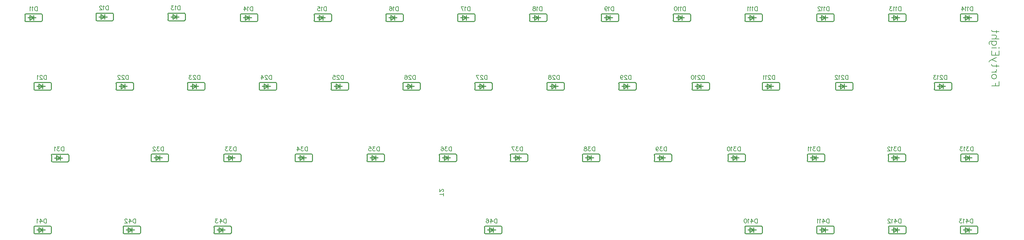
<source format=gbo>
G04 ---------------------------- Layer name :BOTTOM SILK LAYER*
G04 easyEDA 0.1*
G04 Scale: 100 percent, Rotated: No, Reflected: No *
G04 Dimensions in inches *
G04 leading zeros omitted , absolute positions ,2 integer and 4 * 
%FSLAX24Y24*%
%MOIN*%
G90*
G70D02*

%ADD10C,0.010000*%
%ADD11C,0.008000*%
%ADD12C,0.007000*%

%LPD*%
%LNVIA PAD TRACK COPPERAREA*%
G54D10*
G01X4186Y55117D02*
G01X3936Y55117D01*
G01X3536Y55367D02*
G01X3536Y54867D01*
G01X3536Y54867D02*
G01X3936Y55117D01*
G01X3936Y55117D02*
G01X3336Y55117D01*
G01X3936Y55117D02*
G01X3536Y55367D01*
G01X3936Y55367D02*
G01X3936Y55117D01*
G01X3936Y55117D02*
G01X3936Y54867D01*
G01X3036Y54817D02*
G01X3036Y55417D01*
G01X4836Y55417D02*
G01X4836Y54817D01*
G01X4736Y55517D02*
G01X3136Y55517D01*
G01X4736Y54717D02*
G01X3136Y54717D01*
G01X5132Y47952D02*
G01X4882Y47952D01*
G01X4482Y48202D02*
G01X4482Y47702D01*
G01X4482Y47702D02*
G01X4882Y47952D01*
G01X4882Y47952D02*
G01X4282Y47952D01*
G01X4882Y47952D02*
G01X4482Y48202D01*
G01X4882Y48202D02*
G01X4882Y47952D01*
G01X4882Y47952D02*
G01X4882Y47702D01*
G01X3981Y47652D02*
G01X3981Y48252D01*
G01X5782Y48252D02*
G01X5782Y47652D01*
G01X5682Y48352D02*
G01X4082Y48352D01*
G01X5682Y47552D02*
G01X4082Y47552D01*
G01X6943Y40472D02*
G01X6693Y40472D01*
G01X6293Y40722D02*
G01X6293Y40222D01*
G01X6293Y40222D02*
G01X6693Y40472D01*
G01X6693Y40472D02*
G01X6093Y40472D01*
G01X6693Y40472D02*
G01X6293Y40722D01*
G01X6693Y40722D02*
G01X6693Y40472D01*
G01X6693Y40472D02*
G01X6693Y40222D01*
G01X5793Y40172D02*
G01X5793Y40772D01*
G01X7593Y40772D02*
G01X7593Y40172D01*
G01X7493Y40872D02*
G01X5893Y40872D01*
G01X7493Y40072D02*
G01X5893Y40072D01*
G01X5132Y32952D02*
G01X4882Y32952D01*
G01X4482Y33202D02*
G01X4482Y32702D01*
G01X4482Y32702D02*
G01X4882Y32952D01*
G01X4882Y32952D02*
G01X4282Y32952D01*
G01X4882Y32952D02*
G01X4482Y33202D01*
G01X4882Y33202D02*
G01X4882Y32952D01*
G01X4882Y32952D02*
G01X4882Y32702D01*
G01X3982Y32652D02*
G01X3982Y33252D01*
G01X5782Y33252D02*
G01X5782Y32652D01*
G01X5682Y33352D02*
G01X4082Y33352D01*
G01X5682Y32552D02*
G01X4082Y32552D01*
G01X11596Y55197D02*
G01X11346Y55197D01*
G01X10946Y55447D02*
G01X10946Y54947D01*
G01X10946Y54947D02*
G01X11346Y55197D01*
G01X11346Y55197D02*
G01X10746Y55197D01*
G01X11346Y55197D02*
G01X10946Y55447D01*
G01X11346Y55447D02*
G01X11346Y55197D01*
G01X11346Y55197D02*
G01X11346Y54947D01*
G01X10446Y54897D02*
G01X10446Y55497D01*
G01X12246Y55497D02*
G01X12246Y54897D01*
G01X12146Y55597D02*
G01X10546Y55597D01*
G01X12146Y54797D02*
G01X10546Y54797D01*
G01X19076Y55198D02*
G01X18826Y55198D01*
G01X18426Y55448D02*
G01X18426Y54948D01*
G01X18426Y54948D02*
G01X18826Y55198D01*
G01X18826Y55198D02*
G01X18226Y55198D01*
G01X18826Y55198D02*
G01X18426Y55448D01*
G01X18826Y55448D02*
G01X18826Y55198D01*
G01X18826Y55198D02*
G01X18826Y54948D01*
G01X17926Y54898D02*
G01X17926Y55498D01*
G01X19726Y55498D02*
G01X19726Y54898D01*
G01X19626Y55598D02*
G01X18026Y55598D01*
G01X19626Y54798D02*
G01X18026Y54798D01*
G01X26628Y55118D02*
G01X26378Y55118D01*
G01X25978Y55368D02*
G01X25978Y54868D01*
G01X25978Y54868D02*
G01X26378Y55118D01*
G01X26378Y55118D02*
G01X25778Y55118D01*
G01X26378Y55118D02*
G01X25978Y55368D01*
G01X26378Y55368D02*
G01X26378Y55118D01*
G01X26378Y55118D02*
G01X26378Y54868D01*
G01X25478Y54818D02*
G01X25478Y55418D01*
G01X27278Y55418D02*
G01X27278Y54818D01*
G01X27178Y55518D02*
G01X25578Y55518D01*
G01X27178Y54718D02*
G01X25578Y54718D01*
G01X34305Y55118D02*
G01X34055Y55118D01*
G01X33655Y55368D02*
G01X33655Y54868D01*
G01X33655Y54868D02*
G01X34055Y55118D01*
G01X34055Y55118D02*
G01X33455Y55118D01*
G01X34055Y55118D02*
G01X33655Y55368D01*
G01X34055Y55368D02*
G01X34055Y55118D01*
G01X34055Y55118D02*
G01X34055Y54868D01*
G01X33155Y54818D02*
G01X33155Y55418D01*
G01X34955Y55418D02*
G01X34955Y54818D01*
G01X34855Y55518D02*
G01X33255Y55518D01*
G01X34855Y54718D02*
G01X33255Y54718D01*
G01X41785Y55118D02*
G01X41535Y55118D01*
G01X41135Y55368D02*
G01X41135Y54868D01*
G01X41135Y54868D02*
G01X41535Y55118D01*
G01X41535Y55118D02*
G01X40935Y55118D01*
G01X41535Y55118D02*
G01X41135Y55368D01*
G01X41535Y55368D02*
G01X41535Y55118D01*
G01X41535Y55118D02*
G01X41535Y54868D01*
G01X40635Y54818D02*
G01X40635Y55418D01*
G01X42435Y55418D02*
G01X42435Y54818D01*
G01X42335Y55518D02*
G01X40735Y55518D01*
G01X42335Y54718D02*
G01X40735Y54718D01*
G01X49266Y55118D02*
G01X49016Y55118D01*
G01X48616Y55368D02*
G01X48616Y54868D01*
G01X48616Y54868D02*
G01X49016Y55118D01*
G01X49016Y55118D02*
G01X48416Y55118D01*
G01X49016Y55118D02*
G01X48616Y55368D01*
G01X49016Y55368D02*
G01X49016Y55118D01*
G01X49016Y55118D02*
G01X49016Y54868D01*
G01X48116Y54818D02*
G01X48116Y55418D01*
G01X49916Y55418D02*
G01X49916Y54818D01*
G01X49816Y55518D02*
G01X48216Y55518D01*
G01X49816Y54718D02*
G01X48216Y54718D01*
G01X56746Y55118D02*
G01X56496Y55118D01*
G01X56096Y55368D02*
G01X56096Y54868D01*
G01X56096Y54868D02*
G01X56496Y55118D01*
G01X56496Y55118D02*
G01X55896Y55118D01*
G01X56496Y55118D02*
G01X56096Y55368D01*
G01X56496Y55368D02*
G01X56496Y55118D01*
G01X56496Y55118D02*
G01X56496Y54868D01*
G01X55596Y54818D02*
G01X55596Y55418D01*
G01X57396Y55418D02*
G01X57396Y54818D01*
G01X57296Y55518D02*
G01X55696Y55518D01*
G01X57296Y54718D02*
G01X55696Y54718D01*
G01X64226Y55118D02*
G01X63976Y55118D01*
G01X63576Y55368D02*
G01X63576Y54868D01*
G01X63576Y54868D02*
G01X63976Y55118D01*
G01X63976Y55118D02*
G01X63376Y55118D01*
G01X63976Y55118D02*
G01X63576Y55368D01*
G01X63976Y55368D02*
G01X63976Y55118D01*
G01X63976Y55118D02*
G01X63976Y54868D01*
G01X63076Y54818D02*
G01X63076Y55418D01*
G01X64876Y55418D02*
G01X64876Y54818D01*
G01X64776Y55518D02*
G01X63176Y55518D01*
G01X64776Y54718D02*
G01X63176Y54718D01*
G01X71707Y55118D02*
G01X71457Y55118D01*
G01X71057Y55368D02*
G01X71057Y54868D01*
G01X71057Y54868D02*
G01X71457Y55118D01*
G01X71457Y55118D02*
G01X70857Y55118D01*
G01X71457Y55118D02*
G01X71057Y55368D01*
G01X71457Y55368D02*
G01X71457Y55118D01*
G01X71457Y55118D02*
G01X71457Y54868D01*
G01X70557Y54818D02*
G01X70557Y55418D01*
G01X72357Y55418D02*
G01X72357Y54818D01*
G01X72257Y55518D02*
G01X70657Y55518D01*
G01X72257Y54718D02*
G01X70657Y54718D01*
G01X79187Y55118D02*
G01X78937Y55118D01*
G01X78537Y55368D02*
G01X78537Y54868D01*
G01X78537Y54868D02*
G01X78937Y55118D01*
G01X78937Y55118D02*
G01X78337Y55118D01*
G01X78937Y55118D02*
G01X78537Y55368D01*
G01X78937Y55368D02*
G01X78937Y55118D01*
G01X78937Y55118D02*
G01X78937Y54868D01*
G01X78037Y54818D02*
G01X78037Y55418D01*
G01X79837Y55418D02*
G01X79837Y54818D01*
G01X79737Y55518D02*
G01X78137Y55518D01*
G01X79737Y54718D02*
G01X78137Y54718D01*
G01X86667Y55118D02*
G01X86417Y55118D01*
G01X86017Y55368D02*
G01X86017Y54868D01*
G01X86017Y54868D02*
G01X86417Y55118D01*
G01X86417Y55118D02*
G01X85817Y55118D01*
G01X86417Y55118D02*
G01X86017Y55368D01*
G01X86417Y55368D02*
G01X86417Y55118D01*
G01X86417Y55118D02*
G01X86417Y54868D01*
G01X85517Y54818D02*
G01X85517Y55418D01*
G01X87317Y55418D02*
G01X87317Y54818D01*
G01X87217Y55518D02*
G01X85617Y55518D01*
G01X87217Y54718D02*
G01X85617Y54718D01*
G01X94148Y55118D02*
G01X93898Y55118D01*
G01X93498Y55368D02*
G01X93498Y54868D01*
G01X93498Y54868D02*
G01X93898Y55118D01*
G01X93898Y55118D02*
G01X93298Y55118D01*
G01X93898Y55118D02*
G01X93498Y55368D01*
G01X93898Y55368D02*
G01X93898Y55118D01*
G01X93898Y55118D02*
G01X93898Y54868D01*
G01X92998Y54818D02*
G01X92998Y55418D01*
G01X94798Y55418D02*
G01X94798Y54818D01*
G01X94698Y55518D02*
G01X93098Y55518D01*
G01X94698Y54718D02*
G01X93098Y54718D01*
G01X101628Y55118D02*
G01X101378Y55118D01*
G01X100978Y55368D02*
G01X100978Y54868D01*
G01X100978Y54868D02*
G01X101378Y55118D01*
G01X101378Y55118D02*
G01X100778Y55118D01*
G01X101378Y55118D02*
G01X100978Y55368D01*
G01X101378Y55368D02*
G01X101378Y55118D01*
G01X101378Y55118D02*
G01X101378Y54868D01*
G01X100478Y54818D02*
G01X100478Y55418D01*
G01X102278Y55418D02*
G01X102278Y54818D01*
G01X102178Y55518D02*
G01X100578Y55518D01*
G01X102178Y54718D02*
G01X100578Y54718D01*
G01X13675Y47953D02*
G01X13425Y47953D01*
G01X13025Y48203D02*
G01X13025Y47703D01*
G01X13025Y47703D02*
G01X13425Y47953D01*
G01X13425Y47953D02*
G01X12825Y47953D01*
G01X13425Y47953D02*
G01X13025Y48203D01*
G01X13425Y48203D02*
G01X13425Y47953D01*
G01X13425Y47953D02*
G01X13425Y47703D01*
G01X12525Y47653D02*
G01X12525Y48253D01*
G01X14325Y48253D02*
G01X14325Y47653D01*
G01X14225Y48353D02*
G01X12625Y48353D01*
G01X14225Y47553D02*
G01X12625Y47553D01*
G01X21116Y47953D02*
G01X20866Y47953D01*
G01X20466Y48203D02*
G01X20466Y47703D01*
G01X20466Y47703D02*
G01X20866Y47953D01*
G01X20866Y47953D02*
G01X20266Y47953D01*
G01X20866Y47953D02*
G01X20466Y48203D01*
G01X20866Y48203D02*
G01X20866Y47953D01*
G01X20866Y47953D02*
G01X20866Y47703D01*
G01X19966Y47653D02*
G01X19966Y48253D01*
G01X21766Y48253D02*
G01X21766Y47653D01*
G01X21666Y48353D02*
G01X20066Y48353D01*
G01X21666Y47553D02*
G01X20066Y47553D01*
G01X28596Y47953D02*
G01X28346Y47953D01*
G01X27946Y48203D02*
G01X27946Y47703D01*
G01X27946Y47703D02*
G01X28346Y47953D01*
G01X28346Y47953D02*
G01X27746Y47953D01*
G01X28346Y47953D02*
G01X27946Y48203D01*
G01X28346Y48203D02*
G01X28346Y47953D01*
G01X28346Y47953D02*
G01X28346Y47703D01*
G01X27446Y47653D02*
G01X27446Y48253D01*
G01X29246Y48253D02*
G01X29246Y47653D01*
G01X29146Y48353D02*
G01X27546Y48353D01*
G01X29146Y47553D02*
G01X27546Y47553D01*
G01X36077Y47953D02*
G01X35827Y47953D01*
G01X35427Y48203D02*
G01X35427Y47703D01*
G01X35427Y47703D02*
G01X35827Y47953D01*
G01X35827Y47953D02*
G01X35227Y47953D01*
G01X35827Y47953D02*
G01X35427Y48203D01*
G01X35827Y48203D02*
G01X35827Y47953D01*
G01X35827Y47953D02*
G01X35827Y47703D01*
G01X34927Y47653D02*
G01X34927Y48253D01*
G01X36727Y48253D02*
G01X36727Y47653D01*
G01X36627Y48353D02*
G01X35027Y48353D01*
G01X36627Y47553D02*
G01X35027Y47553D01*
G01X43557Y47953D02*
G01X43307Y47953D01*
G01X42907Y48203D02*
G01X42907Y47703D01*
G01X42907Y47703D02*
G01X43307Y47953D01*
G01X43307Y47953D02*
G01X42707Y47953D01*
G01X43307Y47953D02*
G01X42907Y48203D01*
G01X43307Y48203D02*
G01X43307Y47953D01*
G01X43307Y47953D02*
G01X43307Y47703D01*
G01X42407Y47653D02*
G01X42407Y48253D01*
G01X44207Y48253D02*
G01X44207Y47653D01*
G01X44107Y48353D02*
G01X42507Y48353D01*
G01X44107Y47553D02*
G01X42507Y47553D01*
G01X51037Y47953D02*
G01X50787Y47953D01*
G01X50387Y48203D02*
G01X50387Y47703D01*
G01X50387Y47703D02*
G01X50787Y47953D01*
G01X50787Y47953D02*
G01X50187Y47953D01*
G01X50787Y47953D02*
G01X50387Y48203D01*
G01X50787Y48203D02*
G01X50787Y47953D01*
G01X50787Y47953D02*
G01X50787Y47703D01*
G01X49887Y47653D02*
G01X49887Y48253D01*
G01X51687Y48253D02*
G01X51687Y47653D01*
G01X51587Y48353D02*
G01X49987Y48353D01*
G01X51587Y47553D02*
G01X49987Y47553D01*
G01X58557Y47953D02*
G01X58307Y47953D01*
G01X57907Y48203D02*
G01X57907Y47703D01*
G01X57907Y47703D02*
G01X58307Y47953D01*
G01X58307Y47953D02*
G01X57707Y47953D01*
G01X58307Y47953D02*
G01X57907Y48203D01*
G01X58307Y48203D02*
G01X58307Y47953D01*
G01X58307Y47953D02*
G01X58307Y47703D01*
G01X57407Y47653D02*
G01X57407Y48253D01*
G01X59207Y48253D02*
G01X59207Y47653D01*
G01X59107Y48353D02*
G01X57507Y48353D01*
G01X59107Y47553D02*
G01X57507Y47553D01*
G01X66038Y47953D02*
G01X65788Y47953D01*
G01X65387Y48203D02*
G01X65387Y47703D01*
G01X65387Y47703D02*
G01X65788Y47953D01*
G01X65788Y47953D02*
G01X65187Y47953D01*
G01X65788Y47953D02*
G01X65387Y48203D01*
G01X65788Y48203D02*
G01X65788Y47953D01*
G01X65788Y47953D02*
G01X65788Y47703D01*
G01X64887Y47653D02*
G01X64887Y48253D01*
G01X66688Y48253D02*
G01X66688Y47653D01*
G01X66588Y48353D02*
G01X64987Y48353D01*
G01X66588Y47553D02*
G01X64987Y47553D01*
G01X73675Y47953D02*
G01X73425Y47953D01*
G01X73025Y48203D02*
G01X73025Y47703D01*
G01X73025Y47703D02*
G01X73425Y47953D01*
G01X73425Y47953D02*
G01X72825Y47953D01*
G01X73425Y47953D02*
G01X73025Y48203D01*
G01X73425Y48203D02*
G01X73425Y47953D01*
G01X73425Y47953D02*
G01X73425Y47703D01*
G01X72525Y47653D02*
G01X72525Y48253D01*
G01X74325Y48253D02*
G01X74325Y47653D01*
G01X74225Y48353D02*
G01X72625Y48353D01*
G01X74225Y47553D02*
G01X72625Y47553D01*
G01X80998Y47953D02*
G01X80748Y47953D01*
G01X80348Y48203D02*
G01X80348Y47703D01*
G01X80348Y47703D02*
G01X80748Y47953D01*
G01X80748Y47953D02*
G01X80148Y47953D01*
G01X80748Y47953D02*
G01X80348Y48203D01*
G01X80748Y48203D02*
G01X80748Y47953D01*
G01X80748Y47953D02*
G01X80748Y47703D01*
G01X79848Y47653D02*
G01X79848Y48253D01*
G01X81648Y48253D02*
G01X81648Y47653D01*
G01X81548Y48353D02*
G01X79948Y48353D01*
G01X81548Y47553D02*
G01X79948Y47553D01*
G01X88635Y47953D02*
G01X88385Y47953D01*
G01X87985Y48203D02*
G01X87985Y47703D01*
G01X87985Y47703D02*
G01X88385Y47953D01*
G01X88385Y47953D02*
G01X87785Y47953D01*
G01X88385Y47953D02*
G01X87985Y48203D01*
G01X88385Y48203D02*
G01X88385Y47953D01*
G01X88385Y47953D02*
G01X88385Y47703D01*
G01X87485Y47653D02*
G01X87485Y48253D01*
G01X89285Y48253D02*
G01X89285Y47653D01*
G01X89185Y48353D02*
G01X87585Y48353D01*
G01X89185Y47553D02*
G01X87585Y47553D01*
G01X17336Y40473D02*
G01X17086Y40473D01*
G01X16686Y40723D02*
G01X16686Y40223D01*
G01X16686Y40223D02*
G01X17086Y40473D01*
G01X17086Y40473D02*
G01X16486Y40473D01*
G01X17086Y40473D02*
G01X16686Y40723D01*
G01X17086Y40723D02*
G01X17086Y40473D01*
G01X17086Y40473D02*
G01X17086Y40223D01*
G01X16186Y40173D02*
G01X16186Y40773D01*
G01X17986Y40773D02*
G01X17986Y40173D01*
G01X17886Y40873D02*
G01X16286Y40873D01*
G01X17886Y40073D02*
G01X16286Y40073D01*
G01X24895Y40473D02*
G01X24645Y40473D01*
G01X24245Y40723D02*
G01X24245Y40223D01*
G01X24245Y40223D02*
G01X24645Y40473D01*
G01X24645Y40473D02*
G01X24045Y40473D01*
G01X24645Y40473D02*
G01X24245Y40723D01*
G01X24645Y40723D02*
G01X24645Y40473D01*
G01X24645Y40473D02*
G01X24645Y40223D01*
G01X23745Y40173D02*
G01X23745Y40773D01*
G01X25545Y40773D02*
G01X25545Y40173D01*
G01X25445Y40873D02*
G01X23845Y40873D01*
G01X25445Y40073D02*
G01X23845Y40073D01*
G01X32336Y40473D02*
G01X32086Y40473D01*
G01X31686Y40723D02*
G01X31686Y40223D01*
G01X31686Y40223D02*
G01X32086Y40473D01*
G01X32086Y40473D02*
G01X31486Y40473D01*
G01X32086Y40473D02*
G01X31686Y40723D01*
G01X32086Y40723D02*
G01X32086Y40473D01*
G01X32086Y40473D02*
G01X32086Y40223D01*
G01X31186Y40173D02*
G01X31186Y40773D01*
G01X32986Y40773D02*
G01X32986Y40173D01*
G01X32886Y40873D02*
G01X31286Y40873D01*
G01X32886Y40073D02*
G01X31286Y40073D01*
G01X39817Y40473D02*
G01X39567Y40473D01*
G01X39167Y40723D02*
G01X39167Y40223D01*
G01X39167Y40223D02*
G01X39567Y40473D01*
G01X39567Y40473D02*
G01X38967Y40473D01*
G01X39567Y40473D02*
G01X39167Y40723D01*
G01X39567Y40723D02*
G01X39567Y40473D01*
G01X39567Y40473D02*
G01X39567Y40223D01*
G01X38667Y40173D02*
G01X38667Y40773D01*
G01X40467Y40773D02*
G01X40467Y40173D01*
G01X40367Y40873D02*
G01X38767Y40873D01*
G01X40367Y40073D02*
G01X38767Y40073D01*
G01X47337Y40473D02*
G01X47087Y40473D01*
G01X46687Y40723D02*
G01X46687Y40223D01*
G01X46687Y40223D02*
G01X47087Y40473D01*
G01X47087Y40473D02*
G01X46487Y40473D01*
G01X47087Y40473D02*
G01X46687Y40723D01*
G01X47087Y40723D02*
G01X47087Y40473D01*
G01X47087Y40473D02*
G01X47087Y40223D01*
G01X46187Y40173D02*
G01X46187Y40773D01*
G01X47987Y40773D02*
G01X47987Y40173D01*
G01X47887Y40873D02*
G01X46287Y40873D01*
G01X47887Y40073D02*
G01X46287Y40073D01*
G01X54738Y40473D02*
G01X54488Y40473D01*
G01X54088Y40723D02*
G01X54088Y40223D01*
G01X54088Y40223D02*
G01X54488Y40473D01*
G01X54488Y40473D02*
G01X53888Y40473D01*
G01X54488Y40473D02*
G01X54088Y40723D01*
G01X54488Y40723D02*
G01X54488Y40473D01*
G01X54488Y40473D02*
G01X54488Y40223D01*
G01X53588Y40173D02*
G01X53588Y40773D01*
G01X55388Y40773D02*
G01X55388Y40173D01*
G01X55288Y40873D02*
G01X53688Y40873D01*
G01X55288Y40073D02*
G01X53688Y40073D01*
G01X62258Y40473D02*
G01X62008Y40473D01*
G01X61608Y40723D02*
G01X61608Y40223D01*
G01X61608Y40223D02*
G01X62008Y40473D01*
G01X62008Y40473D02*
G01X61408Y40473D01*
G01X62008Y40473D02*
G01X61608Y40723D01*
G01X62008Y40723D02*
G01X62008Y40473D01*
G01X62008Y40473D02*
G01X62008Y40223D01*
G01X61108Y40173D02*
G01X61108Y40773D01*
G01X62908Y40773D02*
G01X62908Y40173D01*
G01X62808Y40873D02*
G01X61208Y40873D01*
G01X62808Y40073D02*
G01X61208Y40073D01*
G01X69738Y40473D02*
G01X69488Y40473D01*
G01X69088Y40723D02*
G01X69088Y40223D01*
G01X69088Y40223D02*
G01X69488Y40473D01*
G01X69488Y40473D02*
G01X68888Y40473D01*
G01X69488Y40473D02*
G01X69088Y40723D01*
G01X69488Y40723D02*
G01X69488Y40473D01*
G01X69488Y40473D02*
G01X69488Y40223D01*
G01X68588Y40173D02*
G01X68588Y40773D01*
G01X70388Y40773D02*
G01X70388Y40173D01*
G01X70288Y40873D02*
G01X68688Y40873D01*
G01X70288Y40073D02*
G01X68688Y40073D01*
G01X77415Y40473D02*
G01X77165Y40473D01*
G01X76765Y40723D02*
G01X76765Y40223D01*
G01X76765Y40223D02*
G01X77165Y40473D01*
G01X77165Y40473D02*
G01X76565Y40473D01*
G01X77165Y40473D02*
G01X76765Y40723D01*
G01X77165Y40723D02*
G01X77165Y40473D01*
G01X77165Y40473D02*
G01X77165Y40223D01*
G01X76265Y40173D02*
G01X76265Y40773D01*
G01X78065Y40773D02*
G01X78065Y40173D01*
G01X77965Y40873D02*
G01X76365Y40873D01*
G01X77965Y40073D02*
G01X76365Y40073D01*
G01X85683Y40473D02*
G01X85433Y40473D01*
G01X85033Y40723D02*
G01X85033Y40223D01*
G01X85033Y40223D02*
G01X85433Y40473D01*
G01X85433Y40473D02*
G01X84833Y40473D01*
G01X85433Y40473D02*
G01X85033Y40723D01*
G01X85433Y40723D02*
G01X85433Y40473D01*
G01X85433Y40473D02*
G01X85433Y40223D01*
G01X84533Y40173D02*
G01X84533Y40773D01*
G01X86333Y40773D02*
G01X86333Y40173D01*
G01X86233Y40873D02*
G01X84633Y40873D01*
G01X86233Y40073D02*
G01X84633Y40073D01*
G01X94108Y40473D02*
G01X93858Y40473D01*
G01X93458Y40723D02*
G01X93458Y40223D01*
G01X93458Y40223D02*
G01X93858Y40473D01*
G01X93858Y40473D02*
G01X93258Y40473D01*
G01X93858Y40473D02*
G01X93458Y40723D01*
G01X93858Y40723D02*
G01X93858Y40473D01*
G01X93858Y40473D02*
G01X93858Y40223D01*
G01X92958Y40173D02*
G01X92958Y40773D01*
G01X94758Y40773D02*
G01X94758Y40173D01*
G01X94658Y40873D02*
G01X93058Y40873D01*
G01X94658Y40073D02*
G01X93058Y40073D01*
G01X101667Y40473D02*
G01X101417Y40473D01*
G01X101017Y40723D02*
G01X101017Y40223D01*
G01X101017Y40223D02*
G01X101417Y40473D01*
G01X101417Y40473D02*
G01X100817Y40473D01*
G01X101417Y40473D02*
G01X101017Y40723D01*
G01X101417Y40723D02*
G01X101417Y40473D01*
G01X101417Y40473D02*
G01X101417Y40223D01*
G01X100517Y40173D02*
G01X100517Y40773D01*
G01X102317Y40773D02*
G01X102317Y40173D01*
G01X102217Y40873D02*
G01X100617Y40873D01*
G01X102217Y40073D02*
G01X100617Y40073D01*
G01X14423Y32953D02*
G01X14173Y32953D01*
G01X13773Y33203D02*
G01X13773Y32703D01*
G01X13773Y32703D02*
G01X14173Y32953D01*
G01X14173Y32953D02*
G01X13573Y32953D01*
G01X14173Y32953D02*
G01X13773Y33203D01*
G01X14173Y33203D02*
G01X14173Y32953D01*
G01X14173Y32953D02*
G01X14173Y32703D01*
G01X13273Y32653D02*
G01X13273Y33253D01*
G01X15073Y33253D02*
G01X15073Y32653D01*
G01X14973Y33353D02*
G01X13373Y33353D01*
G01X14973Y32553D02*
G01X13373Y32553D01*
G01X23872Y32953D02*
G01X23622Y32953D01*
G01X23222Y33203D02*
G01X23222Y32703D01*
G01X23222Y32703D02*
G01X23622Y32953D01*
G01X23622Y32953D02*
G01X23022Y32953D01*
G01X23622Y32953D02*
G01X23222Y33203D01*
G01X23622Y33203D02*
G01X23622Y32953D01*
G01X23622Y32953D02*
G01X23622Y32703D01*
G01X22722Y32653D02*
G01X22722Y33253D01*
G01X24522Y33253D02*
G01X24522Y32653D01*
G01X24422Y33353D02*
G01X22822Y33353D01*
G01X24422Y32553D02*
G01X22822Y32553D01*
G01X52060Y32953D02*
G01X51810Y32953D01*
G01X51410Y33203D02*
G01X51410Y32703D01*
G01X51410Y32703D02*
G01X51810Y32953D01*
G01X51810Y32953D02*
G01X51210Y32953D01*
G01X51810Y32953D02*
G01X51410Y33203D01*
G01X51810Y33203D02*
G01X51810Y32953D01*
G01X51810Y32953D02*
G01X51810Y32703D01*
G01X50910Y32653D02*
G01X50910Y33253D01*
G01X52710Y33253D02*
G01X52710Y32653D01*
G01X52610Y33353D02*
G01X51010Y33353D01*
G01X52610Y32553D02*
G01X51010Y32553D01*
G01X79187Y32953D02*
G01X78937Y32953D01*
G01X78537Y33203D02*
G01X78537Y32703D01*
G01X78537Y32703D02*
G01X78937Y32953D01*
G01X78937Y32953D02*
G01X78337Y32953D01*
G01X78937Y32953D02*
G01X78537Y33203D01*
G01X78937Y33203D02*
G01X78937Y32953D01*
G01X78937Y32953D02*
G01X78937Y32703D01*
G01X78037Y32653D02*
G01X78037Y33253D01*
G01X79837Y33253D02*
G01X79837Y32653D01*
G01X79737Y33353D02*
G01X78137Y33353D01*
G01X79737Y32553D02*
G01X78137Y32553D01*
G01X86668Y32953D02*
G01X86418Y32953D01*
G01X86018Y33203D02*
G01X86018Y32703D01*
G01X86018Y32703D02*
G01X86418Y32953D01*
G01X86418Y32953D02*
G01X85818Y32953D01*
G01X86418Y32953D02*
G01X86018Y33203D01*
G01X86418Y33203D02*
G01X86418Y32953D01*
G01X86418Y32953D02*
G01X86418Y32703D01*
G01X85518Y32653D02*
G01X85518Y33253D01*
G01X87318Y33253D02*
G01X87318Y32653D01*
G01X87218Y33353D02*
G01X85618Y33353D01*
G01X87218Y32553D02*
G01X85618Y32553D01*
G01X94148Y32953D02*
G01X93898Y32953D01*
G01X93498Y33203D02*
G01X93498Y32703D01*
G01X93498Y32703D02*
G01X93898Y32953D01*
G01X93898Y32953D02*
G01X93298Y32953D01*
G01X93898Y32953D02*
G01X93498Y33203D01*
G01X93898Y33203D02*
G01X93898Y32953D01*
G01X93898Y32953D02*
G01X93898Y32703D01*
G01X92998Y32653D02*
G01X92998Y33253D01*
G01X94798Y33253D02*
G01X94798Y32653D01*
G01X94698Y33353D02*
G01X93098Y33353D01*
G01X94698Y32553D02*
G01X93098Y32553D01*
G01X101628Y32953D02*
G01X101378Y32953D01*
G01X100978Y33203D02*
G01X100978Y32703D01*
G01X100978Y32703D02*
G01X101378Y32953D01*
G01X101378Y32953D02*
G01X100778Y32953D01*
G01X101378Y32953D02*
G01X100978Y33203D01*
G01X101378Y33203D02*
G01X101378Y32953D01*
G01X101378Y32953D02*
G01X101378Y32703D01*
G01X100478Y32653D02*
G01X100478Y33253D01*
G01X102278Y33253D02*
G01X102278Y32653D01*
G01X102178Y33353D02*
G01X100578Y33353D01*
G01X102178Y32553D02*
G01X100578Y32553D01*
G01X98911Y47953D02*
G01X98661Y47953D01*
G01X98261Y48203D02*
G01X98261Y47703D01*
G01X98261Y47703D02*
G01X98661Y47953D01*
G01X98661Y47953D02*
G01X98061Y47953D01*
G01X98661Y47953D02*
G01X98261Y48203D01*
G01X98661Y48203D02*
G01X98661Y47953D01*
G01X98661Y47953D02*
G01X98661Y47703D01*
G01X97761Y47653D02*
G01X97761Y48253D01*
G01X99561Y48253D02*
G01X99561Y47653D01*
G01X99461Y48353D02*
G01X97861Y48353D01*
G01X99461Y47553D02*
G01X97861Y47553D01*
G54D11*
G01X104497Y47998D02*
G01X103733Y47998D01*
G01X104497Y47998D02*
G01X104497Y48470D01*
G01X104133Y47998D02*
G01X104133Y48289D01*
G01X104242Y48892D02*
G01X104206Y48819D01*
G01X104133Y48747D01*
G01X104024Y48710D01*
G01X103951Y48710D01*
G01X103842Y48747D01*
G01X103770Y48819D01*
G01X103733Y48892D01*
G01X103733Y49001D01*
G01X103770Y49074D01*
G01X103842Y49147D01*
G01X103951Y49183D01*
G01X104024Y49183D01*
G01X104133Y49147D01*
G01X104206Y49074D01*
G01X104242Y49001D01*
G01X104242Y48892D01*
G01X104242Y49423D02*
G01X103733Y49423D01*
G01X104024Y49423D02*
G01X104133Y49459D01*
G01X104206Y49532D01*
G01X104242Y49605D01*
G01X104242Y49714D01*
G01X104497Y50063D02*
G01X103879Y50063D01*
G01X103770Y50099D01*
G01X103733Y50172D01*
G01X103733Y50245D01*
G01X104242Y49954D02*
G01X104242Y50209D01*
G01X104242Y50521D02*
G01X103733Y50739D01*
G01X104242Y50958D02*
G01X103733Y50739D01*
G01X103588Y50667D01*
G01X103515Y50594D01*
G01X103479Y50521D01*
G01X103479Y50485D01*
G01X104497Y51198D02*
G01X103733Y51198D01*
G01X104497Y51198D02*
G01X104497Y51670D01*
G01X104133Y51198D02*
G01X104133Y51489D01*
G01X103733Y51198D02*
G01X103733Y51670D01*
G01X104497Y51910D02*
G01X104459Y51947D01*
G01X104497Y51982D01*
G01X104533Y51947D01*
G01X104497Y51910D01*
G01X104242Y51947D02*
G01X103733Y51947D01*
G01X104242Y52658D02*
G01X103659Y52658D01*
G01X103551Y52623D01*
G01X103515Y52587D01*
G01X103479Y52514D01*
G01X103479Y52404D01*
G01X103515Y52331D01*
G01X104133Y52658D02*
G01X104206Y52587D01*
G01X104242Y52514D01*
G01X104242Y52404D01*
G01X104206Y52331D01*
G01X104133Y52258D01*
G01X104024Y52223D01*
G01X103951Y52223D01*
G01X103842Y52258D01*
G01X103770Y52331D01*
G01X103733Y52404D01*
G01X103733Y52514D01*
G01X103770Y52587D01*
G01X103842Y52658D01*
G01X104497Y52899D02*
G01X103733Y52899D01*
G01X104097Y52899D02*
G01X104206Y53008D01*
G01X104242Y53080D01*
G01X104242Y53191D01*
G01X104206Y53263D01*
G01X104097Y53299D01*
G01X103733Y53299D01*
G01X104497Y53649D02*
G01X103879Y53649D01*
G01X103770Y53685D01*
G01X103733Y53757D01*
G01X103733Y53829D01*
G01X104242Y53539D02*
G01X104242Y53794D01*
G54D12*
G01X4331Y56265D02*
G01X4331Y55836D01*
G01X4331Y56265D02*
G01X4188Y56265D01*
G01X4125Y56245D01*
G01X4086Y56204D01*
G01X4064Y56163D01*
G01X4044Y56101D01*
G01X4044Y55999D01*
G01X4064Y55938D01*
G01X4086Y55897D01*
G01X4125Y55855D01*
G01X4188Y55836D01*
G01X4331Y55836D01*
G01X3910Y56182D02*
G01X3869Y56204D01*
G01X3806Y56265D01*
G01X3806Y55836D01*
G01X3672Y56182D02*
G01X3631Y56204D01*
G01X3569Y56265D01*
G01X3569Y55836D01*
G01X5275Y49097D02*
G01X5275Y48667D01*
G01X5275Y49097D02*
G01X5132Y49097D01*
G01X5070Y49076D01*
G01X5030Y49035D01*
G01X5010Y48995D01*
G01X4988Y48933D01*
G01X4988Y48831D01*
G01X5010Y48770D01*
G01X5030Y48729D01*
G01X5070Y48688D01*
G01X5132Y48667D01*
G01X5275Y48667D01*
G01X4833Y48995D02*
G01X4833Y49015D01*
G01X4813Y49056D01*
G01X4793Y49076D01*
G01X4751Y49097D01*
G01X4669Y49097D01*
G01X4629Y49076D01*
G01X4608Y49056D01*
G01X4588Y49015D01*
G01X4588Y48974D01*
G01X4608Y48933D01*
G01X4650Y48872D01*
G01X4854Y48667D01*
G01X4568Y48667D01*
G01X4432Y49015D02*
G01X4392Y49035D01*
G01X4331Y49097D01*
G01X4331Y48667D01*
G01X7087Y41617D02*
G01X7087Y41187D01*
G01X7087Y41617D02*
G01X6944Y41617D01*
G01X6882Y41596D01*
G01X6842Y41555D01*
G01X6820Y41514D01*
G01X6800Y41453D01*
G01X6800Y41351D01*
G01X6820Y41289D01*
G01X6842Y41248D01*
G01X6882Y41207D01*
G01X6944Y41187D01*
G01X7087Y41187D01*
G01X6625Y41617D02*
G01X6400Y41617D01*
G01X6523Y41453D01*
G01X6461Y41453D01*
G01X6419Y41432D01*
G01X6400Y41412D01*
G01X6379Y41351D01*
G01X6379Y41310D01*
G01X6400Y41248D01*
G01X6441Y41207D01*
G01X6501Y41187D01*
G01X6563Y41187D01*
G01X6625Y41207D01*
G01X6644Y41228D01*
G01X6666Y41269D01*
G01X6244Y41535D02*
G01X6202Y41555D01*
G01X6142Y41617D01*
G01X6142Y41187D01*
G01X5275Y34098D02*
G01X5275Y33669D01*
G01X5275Y34098D02*
G01X5132Y34098D01*
G01X5070Y34078D01*
G01X5030Y34037D01*
G01X5010Y33996D01*
G01X4988Y33935D01*
G01X4988Y33832D01*
G01X5010Y33771D01*
G01X5030Y33729D01*
G01X5070Y33689D01*
G01X5132Y33669D01*
G01X5275Y33669D01*
G01X4650Y34098D02*
G01X4854Y33812D01*
G01X4548Y33812D01*
G01X4650Y34098D02*
G01X4650Y33669D01*
G01X4413Y34016D02*
G01X4372Y34037D01*
G01X4310Y34098D01*
G01X4310Y33669D01*
G01X11738Y56344D02*
G01X11738Y55914D01*
G01X11738Y56344D02*
G01X11595Y56344D01*
G01X11533Y56323D01*
G01X11493Y56281D01*
G01X11472Y56241D01*
G01X11452Y56179D01*
G01X11452Y56078D01*
G01X11472Y56016D01*
G01X11493Y55976D01*
G01X11533Y55935D01*
G01X11595Y55914D01*
G01X11738Y55914D01*
G01X11317Y56262D02*
G01X11276Y56281D01*
G01X11214Y56344D01*
G01X11214Y55914D01*
G01X11059Y56241D02*
G01X11059Y56262D01*
G01X11038Y56303D01*
G01X11018Y56323D01*
G01X10977Y56344D01*
G01X10895Y56344D01*
G01X10854Y56323D01*
G01X10834Y56303D01*
G01X10813Y56262D01*
G01X10813Y56221D01*
G01X10834Y56179D01*
G01X10875Y56119D01*
G01X11079Y55914D01*
G01X10793Y55914D01*
G01X19219Y56344D02*
G01X19219Y55915D01*
G01X19219Y56344D02*
G01X19076Y56344D01*
G01X19014Y56324D01*
G01X18974Y56282D01*
G01X18953Y56242D01*
G01X18933Y56180D01*
G01X18933Y56079D01*
G01X18953Y56017D01*
G01X18974Y55976D01*
G01X19014Y55935D01*
G01X19076Y55915D01*
G01X19219Y55915D01*
G01X18798Y56263D02*
G01X18757Y56282D01*
G01X18695Y56344D01*
G01X18695Y55915D01*
G01X18519Y56344D02*
G01X18294Y56344D01*
G01X18417Y56180D01*
G01X18356Y56180D01*
G01X18315Y56160D01*
G01X18294Y56140D01*
G01X18274Y56079D01*
G01X18274Y56038D01*
G01X18294Y55976D01*
G01X18335Y55935D01*
G01X18397Y55915D01*
G01X18458Y55915D01*
G01X18519Y55935D01*
G01X18540Y55955D01*
G01X18560Y55997D01*
G01X26771Y56265D02*
G01X26771Y55836D01*
G01X26771Y56265D02*
G01X26628Y56265D01*
G01X26566Y56245D01*
G01X26525Y56204D01*
G01X26505Y56163D01*
G01X26484Y56101D01*
G01X26484Y55999D01*
G01X26505Y55938D01*
G01X26525Y55897D01*
G01X26566Y55855D01*
G01X26628Y55836D01*
G01X26771Y55836D01*
G01X26349Y56182D02*
G01X26309Y56204D01*
G01X26247Y56265D01*
G01X26247Y55836D01*
G01X25908Y56265D02*
G01X26112Y55979D01*
G01X25805Y55979D01*
G01X25908Y56265D02*
G01X25908Y55836D01*
G01X34448Y56265D02*
G01X34448Y55836D01*
G01X34448Y56265D02*
G01X34304Y56265D01*
G01X34243Y56245D01*
G01X34202Y56204D01*
G01X34182Y56163D01*
G01X34161Y56101D01*
G01X34161Y55999D01*
G01X34182Y55938D01*
G01X34202Y55897D01*
G01X34243Y55855D01*
G01X34304Y55836D01*
G01X34448Y55836D01*
G01X34026Y56182D02*
G01X33985Y56204D01*
G01X33924Y56265D01*
G01X33924Y55836D01*
G01X33544Y56265D02*
G01X33748Y56265D01*
G01X33769Y56080D01*
G01X33748Y56101D01*
G01X33687Y56122D01*
G01X33625Y56122D01*
G01X33564Y56101D01*
G01X33523Y56061D01*
G01X33503Y55999D01*
G01X33503Y55957D01*
G01X33523Y55897D01*
G01X33564Y55855D01*
G01X33625Y55836D01*
G01X33687Y55836D01*
G01X33748Y55855D01*
G01X33769Y55876D01*
G01X33789Y55917D01*
G01X41928Y56265D02*
G01X41928Y55836D01*
G01X41928Y56265D02*
G01X41785Y56265D01*
G01X41724Y56245D01*
G01X41683Y56204D01*
G01X41662Y56163D01*
G01X41642Y56101D01*
G01X41642Y55999D01*
G01X41662Y55938D01*
G01X41683Y55897D01*
G01X41724Y55855D01*
G01X41785Y55836D01*
G01X41928Y55836D01*
G01X41507Y56182D02*
G01X41466Y56204D01*
G01X41405Y56265D01*
G01X41405Y55836D01*
G01X41024Y56204D02*
G01X41045Y56245D01*
G01X41106Y56265D01*
G01X41147Y56265D01*
G01X41208Y56245D01*
G01X41249Y56182D01*
G01X41270Y56080D01*
G01X41270Y55979D01*
G01X41249Y55897D01*
G01X41208Y55855D01*
G01X41147Y55836D01*
G01X41127Y55836D01*
G01X41065Y55855D01*
G01X41024Y55897D01*
G01X41004Y55957D01*
G01X41004Y55979D01*
G01X41024Y56040D01*
G01X41065Y56080D01*
G01X41127Y56101D01*
G01X41147Y56101D01*
G01X41208Y56080D01*
G01X41249Y56040D01*
G01X41270Y55979D01*
G01X49409Y56265D02*
G01X49409Y55836D01*
G01X49409Y56265D02*
G01X49266Y56265D01*
G01X49204Y56245D01*
G01X49164Y56204D01*
G01X49142Y56163D01*
G01X49123Y56101D01*
G01X49123Y55999D01*
G01X49142Y55938D01*
G01X49164Y55897D01*
G01X49204Y55855D01*
G01X49266Y55836D01*
G01X49409Y55836D01*
G01X48988Y56182D02*
G01X48947Y56204D01*
G01X48885Y56265D01*
G01X48885Y55836D01*
G01X48464Y56265D02*
G01X48669Y55836D01*
G01X48750Y56265D02*
G01X48464Y56265D01*
G01X56889Y56265D02*
G01X56889Y55836D01*
G01X56889Y56265D02*
G01X56746Y56265D01*
G01X56684Y56245D01*
G01X56644Y56204D01*
G01X56623Y56163D01*
G01X56603Y56101D01*
G01X56603Y55999D01*
G01X56623Y55938D01*
G01X56644Y55897D01*
G01X56684Y55855D01*
G01X56746Y55836D01*
G01X56889Y55836D01*
G01X56468Y56182D02*
G01X56427Y56204D01*
G01X56365Y56265D01*
G01X56365Y55836D01*
G01X56128Y56265D02*
G01X56189Y56245D01*
G01X56210Y56204D01*
G01X56210Y56163D01*
G01X56189Y56122D01*
G01X56149Y56101D01*
G01X56067Y56080D01*
G01X56005Y56061D01*
G01X55964Y56020D01*
G01X55944Y55979D01*
G01X55944Y55917D01*
G01X55964Y55876D01*
G01X55985Y55855D01*
G01X56046Y55836D01*
G01X56128Y55836D01*
G01X56189Y55855D01*
G01X56210Y55876D01*
G01X56230Y55917D01*
G01X56230Y55979D01*
G01X56210Y56020D01*
G01X56169Y56061D01*
G01X56108Y56080D01*
G01X56026Y56101D01*
G01X55985Y56122D01*
G01X55964Y56163D01*
G01X55964Y56204D01*
G01X55985Y56245D01*
G01X56046Y56265D01*
G01X56128Y56265D01*
G01X64369Y56265D02*
G01X64369Y55836D01*
G01X64369Y56265D02*
G01X64226Y56265D01*
G01X64165Y56245D01*
G01X64124Y56204D01*
G01X64104Y56163D01*
G01X64082Y56101D01*
G01X64082Y55999D01*
G01X64104Y55938D01*
G01X64124Y55897D01*
G01X64165Y55855D01*
G01X64226Y55836D01*
G01X64369Y55836D01*
G01X63948Y56182D02*
G01X63906Y56204D01*
G01X63846Y56265D01*
G01X63846Y55836D01*
G01X63445Y56122D02*
G01X63465Y56061D01*
G01X63505Y56020D01*
G01X63568Y55999D01*
G01X63588Y55999D01*
G01X63650Y56020D01*
G01X63690Y56061D01*
G01X63710Y56122D01*
G01X63710Y56142D01*
G01X63690Y56204D01*
G01X63650Y56245D01*
G01X63588Y56265D01*
G01X63568Y56265D01*
G01X63505Y56245D01*
G01X63465Y56204D01*
G01X63445Y56122D01*
G01X63445Y56020D01*
G01X63465Y55917D01*
G01X63505Y55855D01*
G01X63568Y55836D01*
G01X63608Y55836D01*
G01X63670Y55855D01*
G01X63690Y55897D01*
G01X71850Y56265D02*
G01X71850Y55836D01*
G01X71850Y56265D02*
G01X71707Y56265D01*
G01X71646Y56245D01*
G01X71605Y56204D01*
G01X71583Y56163D01*
G01X71564Y56101D01*
G01X71564Y55999D01*
G01X71583Y55938D01*
G01X71605Y55897D01*
G01X71646Y55855D01*
G01X71707Y55836D01*
G01X71850Y55836D01*
G01X71429Y56182D02*
G01X71388Y56204D01*
G01X71326Y56265D01*
G01X71326Y55836D01*
G01X71191Y56182D02*
G01X71151Y56204D01*
G01X71089Y56265D01*
G01X71089Y55836D01*
G01X70831Y56265D02*
G01X70893Y56245D01*
G01X70933Y56182D01*
G01X70954Y56080D01*
G01X70954Y56020D01*
G01X70933Y55917D01*
G01X70893Y55855D01*
G01X70831Y55836D01*
G01X70791Y55836D01*
G01X70729Y55855D01*
G01X70688Y55917D01*
G01X70668Y56020D01*
G01X70668Y56080D01*
G01X70688Y56182D01*
G01X70729Y56245D01*
G01X70791Y56265D01*
G01X70831Y56265D01*
G01X79330Y56265D02*
G01X79330Y55836D01*
G01X79330Y56265D02*
G01X79186Y56265D01*
G01X79125Y56245D01*
G01X79083Y56204D01*
G01X79064Y56163D01*
G01X79043Y56101D01*
G01X79043Y55999D01*
G01X79064Y55938D01*
G01X79083Y55897D01*
G01X79125Y55855D01*
G01X79186Y55836D01*
G01X79330Y55836D01*
G01X78908Y56182D02*
G01X78868Y56204D01*
G01X78806Y56265D01*
G01X78806Y55836D01*
G01X78671Y56182D02*
G01X78630Y56204D01*
G01X78569Y56265D01*
G01X78569Y55836D01*
G01X78433Y56182D02*
G01X78393Y56204D01*
G01X78332Y56265D01*
G01X78332Y55836D01*
G01X86809Y56265D02*
G01X86809Y55836D01*
G01X86809Y56265D02*
G01X86667Y56265D01*
G01X86606Y56245D01*
G01X86565Y56204D01*
G01X86545Y56163D01*
G01X86524Y56101D01*
G01X86524Y55999D01*
G01X86545Y55938D01*
G01X86565Y55897D01*
G01X86606Y55855D01*
G01X86667Y55836D01*
G01X86809Y55836D01*
G01X86389Y56182D02*
G01X86348Y56204D01*
G01X86286Y56265D01*
G01X86286Y55836D01*
G01X86152Y56182D02*
G01X86110Y56204D01*
G01X86050Y56265D01*
G01X86050Y55836D01*
G01X85894Y56163D02*
G01X85894Y56182D01*
G01X85874Y56224D01*
G01X85853Y56245D01*
G01X85811Y56265D01*
G01X85731Y56265D01*
G01X85690Y56245D01*
G01X85669Y56224D01*
G01X85649Y56182D01*
G01X85649Y56142D01*
G01X85669Y56101D01*
G01X85709Y56040D01*
G01X85915Y55836D01*
G01X85628Y55836D01*
G01X94290Y56265D02*
G01X94290Y55836D01*
G01X94290Y56265D02*
G01X94147Y56265D01*
G01X94085Y56245D01*
G01X94045Y56204D01*
G01X94024Y56163D01*
G01X94004Y56101D01*
G01X94004Y55999D01*
G01X94024Y55938D01*
G01X94045Y55897D01*
G01X94085Y55855D01*
G01X94147Y55836D01*
G01X94290Y55836D01*
G01X93869Y56182D02*
G01X93828Y56204D01*
G01X93767Y56265D01*
G01X93767Y55836D01*
G01X93632Y56182D02*
G01X93591Y56204D01*
G01X93529Y56265D01*
G01X93529Y55836D01*
G01X93353Y56265D02*
G01X93128Y56265D01*
G01X93251Y56101D01*
G01X93190Y56101D01*
G01X93149Y56080D01*
G01X93128Y56061D01*
G01X93108Y55999D01*
G01X93108Y55957D01*
G01X93128Y55897D01*
G01X93169Y55855D01*
G01X93231Y55836D01*
G01X93292Y55836D01*
G01X93353Y55855D01*
G01X93374Y55876D01*
G01X93394Y55917D01*
G01X101771Y56265D02*
G01X101771Y55836D01*
G01X101771Y56265D02*
G01X101628Y56265D01*
G01X101566Y56245D01*
G01X101525Y56204D01*
G01X101505Y56163D01*
G01X101484Y56101D01*
G01X101484Y55999D01*
G01X101505Y55938D01*
G01X101525Y55897D01*
G01X101566Y55855D01*
G01X101628Y55836D01*
G01X101771Y55836D01*
G01X101350Y56182D02*
G01X101308Y56204D01*
G01X101247Y56265D01*
G01X101247Y55836D01*
G01X101111Y56182D02*
G01X101071Y56204D01*
G01X101009Y56265D01*
G01X101009Y55836D01*
G01X100670Y56265D02*
G01X100875Y55979D01*
G01X100568Y55979D01*
G01X100670Y56265D02*
G01X100670Y55836D01*
G01X13819Y49097D02*
G01X13819Y48668D01*
G01X13819Y49097D02*
G01X13676Y49097D01*
G01X13613Y49077D01*
G01X13574Y49036D01*
G01X13552Y48995D01*
G01X13533Y48934D01*
G01X13533Y48832D01*
G01X13552Y48770D01*
G01X13574Y48729D01*
G01X13613Y48688D01*
G01X13676Y48668D01*
G01X13819Y48668D01*
G01X13376Y48995D02*
G01X13376Y49016D01*
G01X13357Y49057D01*
G01X13336Y49077D01*
G01X13295Y49097D01*
G01X13213Y49097D01*
G01X13173Y49077D01*
G01X13151Y49057D01*
G01X13132Y49016D01*
G01X13132Y48975D01*
G01X13151Y48934D01*
G01X13192Y48872D01*
G01X13398Y48668D01*
G01X13111Y48668D01*
G01X12955Y48995D02*
G01X12955Y49016D01*
G01X12935Y49057D01*
G01X12914Y49077D01*
G01X12874Y49097D01*
G01X12791Y49097D01*
G01X12751Y49077D01*
G01X12730Y49057D01*
G01X12710Y49016D01*
G01X12710Y48975D01*
G01X12730Y48934D01*
G01X12772Y48872D01*
G01X12976Y48668D01*
G01X12689Y48668D01*
G01X21259Y49096D02*
G01X21259Y48667D01*
G01X21259Y49096D02*
G01X21115Y49096D01*
G01X21053Y49076D01*
G01X21014Y49035D01*
G01X20992Y48994D01*
G01X20973Y48933D01*
G01X20973Y48831D01*
G01X20992Y48769D01*
G01X21014Y48728D01*
G01X21053Y48687D01*
G01X21115Y48667D01*
G01X21259Y48667D01*
G01X20816Y48994D02*
G01X20816Y49015D01*
G01X20797Y49056D01*
G01X20776Y49076D01*
G01X20735Y49096D01*
G01X20653Y49096D01*
G01X20613Y49076D01*
G01X20591Y49056D01*
G01X20572Y49015D01*
G01X20572Y48974D01*
G01X20591Y48933D01*
G01X20633Y48871D01*
G01X20838Y48667D01*
G01X20551Y48667D01*
G01X20375Y49096D02*
G01X20150Y49096D01*
G01X20273Y48933D01*
G01X20212Y48933D01*
G01X20171Y48912D01*
G01X20150Y48892D01*
G01X20129Y48831D01*
G01X20129Y48790D01*
G01X20150Y48728D01*
G01X20190Y48687D01*
G01X20252Y48667D01*
G01X20314Y48667D01*
G01X20375Y48687D01*
G01X20396Y48708D01*
G01X20415Y48749D01*
G01X28739Y49097D02*
G01X28739Y48668D01*
G01X28739Y49097D02*
G01X28597Y49097D01*
G01X28535Y49077D01*
G01X28495Y49036D01*
G01X28474Y48995D01*
G01X28453Y48934D01*
G01X28453Y48832D01*
G01X28474Y48770D01*
G01X28495Y48729D01*
G01X28535Y48688D01*
G01X28597Y48668D01*
G01X28739Y48668D01*
G01X28298Y48995D02*
G01X28298Y49016D01*
G01X28277Y49057D01*
G01X28257Y49077D01*
G01X28215Y49097D01*
G01X28135Y49097D01*
G01X28094Y49077D01*
G01X28073Y49057D01*
G01X28052Y49016D01*
G01X28052Y48975D01*
G01X28073Y48934D01*
G01X28114Y48872D01*
G01X28319Y48668D01*
G01X28032Y48668D01*
G01X27692Y49097D02*
G01X27897Y48811D01*
G01X27589Y48811D01*
G01X27692Y49097D02*
G01X27692Y48668D01*
G01X36220Y49098D02*
G01X36220Y48668D01*
G01X36220Y49098D02*
G01X36077Y49098D01*
G01X36015Y49077D01*
G01X35975Y49036D01*
G01X35954Y48995D01*
G01X35934Y48934D01*
G01X35934Y48832D01*
G01X35954Y48770D01*
G01X35975Y48729D01*
G01X36015Y48689D01*
G01X36077Y48668D01*
G01X36220Y48668D01*
G01X35778Y48995D02*
G01X35778Y49016D01*
G01X35758Y49057D01*
G01X35737Y49077D01*
G01X35696Y49098D01*
G01X35615Y49098D01*
G01X35574Y49077D01*
G01X35553Y49057D01*
G01X35533Y49016D01*
G01X35533Y48975D01*
G01X35553Y48934D01*
G01X35594Y48873D01*
G01X35799Y48668D01*
G01X35512Y48668D01*
G01X35132Y49098D02*
G01X35336Y49098D01*
G01X35357Y48914D01*
G01X35336Y48934D01*
G01X35275Y48954D01*
G01X35214Y48954D01*
G01X35152Y48934D01*
G01X35111Y48893D01*
G01X35091Y48832D01*
G01X35091Y48791D01*
G01X35111Y48729D01*
G01X35152Y48689D01*
G01X35214Y48668D01*
G01X35275Y48668D01*
G01X35336Y48689D01*
G01X35357Y48709D01*
G01X35377Y48750D01*
G01X43700Y49098D02*
G01X43700Y48669D01*
G01X43700Y49098D02*
G01X43557Y49098D01*
G01X43496Y49078D01*
G01X43454Y49037D01*
G01X43434Y48996D01*
G01X43414Y48935D01*
G01X43414Y48833D01*
G01X43434Y48771D01*
G01X43454Y48730D01*
G01X43496Y48689D01*
G01X43557Y48669D01*
G01X43700Y48669D01*
G01X43258Y48996D02*
G01X43258Y49017D01*
G01X43238Y49058D01*
G01X43216Y49078D01*
G01X43177Y49098D01*
G01X43095Y49098D01*
G01X43054Y49078D01*
G01X43033Y49058D01*
G01X43013Y49017D01*
G01X43013Y48976D01*
G01X43033Y48935D01*
G01X43074Y48873D01*
G01X43279Y48669D01*
G01X42991Y48669D01*
G01X42612Y49037D02*
G01X42632Y49078D01*
G01X42694Y49098D01*
G01X42735Y49098D01*
G01X42796Y49078D01*
G01X42837Y49017D01*
G01X42857Y48914D01*
G01X42857Y48812D01*
G01X42837Y48730D01*
G01X42796Y48689D01*
G01X42735Y48669D01*
G01X42714Y48669D01*
G01X42653Y48689D01*
G01X42612Y48730D01*
G01X42591Y48792D01*
G01X42591Y48812D01*
G01X42612Y48873D01*
G01X42653Y48914D01*
G01X42714Y48935D01*
G01X42735Y48935D01*
G01X42796Y48914D01*
G01X42837Y48873D01*
G01X42857Y48812D01*
G01X51180Y49096D02*
G01X51180Y48667D01*
G01X51180Y49096D02*
G01X51038Y49096D01*
G01X50976Y49076D01*
G01X50936Y49035D01*
G01X50915Y48994D01*
G01X50895Y48933D01*
G01X50895Y48831D01*
G01X50915Y48769D01*
G01X50936Y48728D01*
G01X50976Y48687D01*
G01X51038Y48667D01*
G01X51180Y48667D01*
G01X50739Y48994D02*
G01X50739Y49015D01*
G01X50719Y49056D01*
G01X50698Y49076D01*
G01X50657Y49096D01*
G01X50576Y49096D01*
G01X50535Y49076D01*
G01X50514Y49056D01*
G01X50494Y49015D01*
G01X50494Y48974D01*
G01X50514Y48933D01*
G01X50554Y48871D01*
G01X50760Y48667D01*
G01X50473Y48667D01*
G01X50052Y49096D02*
G01X50255Y48667D01*
G01X50338Y49096D02*
G01X50052Y49096D01*
G01X58700Y49096D02*
G01X58700Y48667D01*
G01X58700Y49096D02*
G01X58557Y49096D01*
G01X58496Y49076D01*
G01X58454Y49035D01*
G01X58434Y48994D01*
G01X58414Y48933D01*
G01X58414Y48831D01*
G01X58434Y48769D01*
G01X58454Y48728D01*
G01X58496Y48687D01*
G01X58557Y48667D01*
G01X58700Y48667D01*
G01X58258Y48994D02*
G01X58258Y49015D01*
G01X58238Y49056D01*
G01X58216Y49076D01*
G01X58177Y49096D01*
G01X58095Y49096D01*
G01X58054Y49076D01*
G01X58033Y49056D01*
G01X58013Y49015D01*
G01X58013Y48974D01*
G01X58033Y48933D01*
G01X58074Y48871D01*
G01X58279Y48667D01*
G01X57991Y48667D01*
G01X57754Y49096D02*
G01X57816Y49076D01*
G01X57837Y49035D01*
G01X57837Y48994D01*
G01X57816Y48953D01*
G01X57776Y48933D01*
G01X57694Y48912D01*
G01X57632Y48892D01*
G01X57591Y48851D01*
G01X57571Y48810D01*
G01X57571Y48749D01*
G01X57591Y48708D01*
G01X57612Y48687D01*
G01X57673Y48667D01*
G01X57754Y48667D01*
G01X57816Y48687D01*
G01X57837Y48708D01*
G01X57857Y48749D01*
G01X57857Y48810D01*
G01X57837Y48851D01*
G01X57796Y48892D01*
G01X57735Y48912D01*
G01X57653Y48933D01*
G01X57612Y48953D01*
G01X57591Y48994D01*
G01X57591Y49035D01*
G01X57612Y49076D01*
G01X57673Y49096D01*
G01X57754Y49096D01*
G01X66180Y49096D02*
G01X66180Y48667D01*
G01X66180Y49096D02*
G01X66036Y49096D01*
G01X65975Y49076D01*
G01X65934Y49035D01*
G01X65914Y48994D01*
G01X65894Y48933D01*
G01X65894Y48831D01*
G01X65914Y48769D01*
G01X65934Y48728D01*
G01X65975Y48687D01*
G01X66036Y48667D01*
G01X66180Y48667D01*
G01X65738Y48994D02*
G01X65738Y49015D01*
G01X65718Y49056D01*
G01X65697Y49076D01*
G01X65656Y49096D01*
G01X65575Y49096D01*
G01X65533Y49076D01*
G01X65513Y49056D01*
G01X65493Y49015D01*
G01X65493Y48974D01*
G01X65513Y48933D01*
G01X65554Y48871D01*
G01X65758Y48667D01*
G01X65472Y48667D01*
G01X65071Y48953D02*
G01X65092Y48892D01*
G01X65132Y48851D01*
G01X65194Y48831D01*
G01X65215Y48831D01*
G01X65276Y48851D01*
G01X65317Y48892D01*
G01X65336Y48953D01*
G01X65336Y48974D01*
G01X65317Y49035D01*
G01X65276Y49076D01*
G01X65215Y49096D01*
G01X65194Y49096D01*
G01X65132Y49076D01*
G01X65092Y49035D01*
G01X65071Y48953D01*
G01X65071Y48851D01*
G01X65092Y48749D01*
G01X65132Y48687D01*
G01X65194Y48667D01*
G01X65234Y48667D01*
G01X65296Y48687D01*
G01X65317Y48728D01*
G01X73819Y49096D02*
G01X73819Y48667D01*
G01X73819Y49096D02*
G01X73675Y49096D01*
G01X73613Y49076D01*
G01X73574Y49035D01*
G01X73552Y48994D01*
G01X73533Y48933D01*
G01X73533Y48831D01*
G01X73552Y48769D01*
G01X73574Y48728D01*
G01X73613Y48687D01*
G01X73675Y48667D01*
G01X73819Y48667D01*
G01X73376Y48994D02*
G01X73376Y49015D01*
G01X73357Y49056D01*
G01X73335Y49076D01*
G01X73295Y49096D01*
G01X73213Y49096D01*
G01X73173Y49076D01*
G01X73151Y49056D01*
G01X73132Y49015D01*
G01X73132Y48974D01*
G01X73151Y48933D01*
G01X73192Y48871D01*
G01X73398Y48667D01*
G01X73110Y48667D01*
G01X72975Y49015D02*
G01X72934Y49035D01*
G01X72874Y49096D01*
G01X72874Y48667D01*
G01X72615Y49096D02*
G01X72677Y49076D01*
G01X72719Y49015D01*
G01X72738Y48912D01*
G01X72738Y48851D01*
G01X72719Y48749D01*
G01X72677Y48687D01*
G01X72615Y48667D01*
G01X72575Y48667D01*
G01X72513Y48687D01*
G01X72473Y48749D01*
G01X72452Y48851D01*
G01X72452Y48912D01*
G01X72473Y49015D01*
G01X72513Y49076D01*
G01X72575Y49096D01*
G01X72615Y49096D01*
G01X81140Y49096D02*
G01X81140Y48667D01*
G01X81140Y49096D02*
G01X80997Y49096D01*
G01X80935Y49076D01*
G01X80895Y49035D01*
G01X80875Y48994D01*
G01X80854Y48933D01*
G01X80854Y48831D01*
G01X80875Y48769D01*
G01X80895Y48728D01*
G01X80935Y48687D01*
G01X80997Y48667D01*
G01X81140Y48667D01*
G01X80699Y48994D02*
G01X80699Y49015D01*
G01X80678Y49056D01*
G01X80658Y49076D01*
G01X80617Y49096D01*
G01X80534Y49096D01*
G01X80494Y49076D01*
G01X80474Y49056D01*
G01X80453Y49015D01*
G01X80453Y48974D01*
G01X80474Y48933D01*
G01X80515Y48871D01*
G01X80719Y48667D01*
G01X80433Y48667D01*
G01X80298Y49015D02*
G01X80257Y49035D01*
G01X80195Y49096D01*
G01X80195Y48667D01*
G01X80059Y49015D02*
G01X80020Y49035D01*
G01X79958Y49096D01*
G01X79958Y48667D01*
G01X88779Y49097D02*
G01X88779Y48668D01*
G01X88779Y49097D02*
G01X88635Y49097D01*
G01X88575Y49077D01*
G01X88533Y49036D01*
G01X88513Y48995D01*
G01X88493Y48934D01*
G01X88493Y48832D01*
G01X88513Y48770D01*
G01X88533Y48729D01*
G01X88575Y48688D01*
G01X88635Y48668D01*
G01X88779Y48668D01*
G01X88336Y48995D02*
G01X88336Y49016D01*
G01X88317Y49057D01*
G01X88296Y49077D01*
G01X88256Y49097D01*
G01X88174Y49097D01*
G01X88133Y49077D01*
G01X88111Y49057D01*
G01X88092Y49016D01*
G01X88092Y48975D01*
G01X88111Y48934D01*
G01X88153Y48872D01*
G01X88358Y48668D01*
G01X88071Y48668D01*
G01X87935Y49016D02*
G01X87896Y49036D01*
G01X87833Y49097D01*
G01X87833Y48668D01*
G01X87679Y48995D02*
G01X87679Y49016D01*
G01X87658Y49057D01*
G01X87638Y49077D01*
G01X87597Y49097D01*
G01X87515Y49097D01*
G01X87474Y49077D01*
G01X87454Y49057D01*
G01X87433Y49016D01*
G01X87433Y48975D01*
G01X87454Y48934D01*
G01X87495Y48872D01*
G01X87699Y48668D01*
G01X87413Y48668D01*
G01X17480Y41616D02*
G01X17480Y41187D01*
G01X17480Y41616D02*
G01X17338Y41616D01*
G01X17276Y41596D01*
G01X17236Y41555D01*
G01X17214Y41514D01*
G01X17195Y41453D01*
G01X17195Y41351D01*
G01X17214Y41289D01*
G01X17236Y41248D01*
G01X17276Y41207D01*
G01X17338Y41187D01*
G01X17480Y41187D01*
G01X17019Y41616D02*
G01X16794Y41616D01*
G01X16915Y41453D01*
G01X16854Y41453D01*
G01X16814Y41432D01*
G01X16794Y41412D01*
G01X16773Y41351D01*
G01X16773Y41310D01*
G01X16794Y41248D01*
G01X16835Y41207D01*
G01X16896Y41187D01*
G01X16957Y41187D01*
G01X17019Y41207D01*
G01X17039Y41228D01*
G01X17060Y41269D01*
G01X16617Y41514D02*
G01X16617Y41535D01*
G01X16597Y41576D01*
G01X16577Y41596D01*
G01X16536Y41616D01*
G01X16453Y41616D01*
G01X16413Y41596D01*
G01X16392Y41576D01*
G01X16372Y41535D01*
G01X16372Y41494D01*
G01X16392Y41453D01*
G01X16434Y41391D01*
G01X16638Y41187D01*
G01X16351Y41187D01*
G01X25039Y41617D02*
G01X25039Y41188D01*
G01X25039Y41617D02*
G01X24896Y41617D01*
G01X24834Y41597D01*
G01X24794Y41556D01*
G01X24773Y41515D01*
G01X24752Y41454D01*
G01X24752Y41352D01*
G01X24773Y41290D01*
G01X24794Y41249D01*
G01X24834Y41208D01*
G01X24896Y41188D01*
G01X25039Y41188D01*
G01X24577Y41617D02*
G01X24352Y41617D01*
G01X24474Y41454D01*
G01X24413Y41454D01*
G01X24372Y41433D01*
G01X24352Y41413D01*
G01X24330Y41352D01*
G01X24330Y41311D01*
G01X24352Y41249D01*
G01X24392Y41208D01*
G01X24453Y41188D01*
G01X24514Y41188D01*
G01X24577Y41208D01*
G01X24597Y41229D01*
G01X24617Y41270D01*
G01X24154Y41617D02*
G01X23929Y41617D01*
G01X24052Y41454D01*
G01X23991Y41454D01*
G01X23951Y41433D01*
G01X23929Y41413D01*
G01X23910Y41352D01*
G01X23910Y41311D01*
G01X23929Y41249D01*
G01X23971Y41208D01*
G01X24033Y41188D01*
G01X24094Y41188D01*
G01X24154Y41208D01*
G01X24176Y41229D01*
G01X24196Y41270D01*
G01X32480Y41616D02*
G01X32480Y41187D01*
G01X32480Y41616D02*
G01X32338Y41616D01*
G01X32276Y41596D01*
G01X32236Y41555D01*
G01X32214Y41514D01*
G01X32195Y41453D01*
G01X32195Y41351D01*
G01X32214Y41289D01*
G01X32236Y41248D01*
G01X32276Y41207D01*
G01X32338Y41187D01*
G01X32480Y41187D01*
G01X32019Y41616D02*
G01X31794Y41616D01*
G01X31915Y41453D01*
G01X31854Y41453D01*
G01X31814Y41432D01*
G01X31794Y41412D01*
G01X31773Y41351D01*
G01X31773Y41310D01*
G01X31794Y41248D01*
G01X31835Y41207D01*
G01X31896Y41187D01*
G01X31957Y41187D01*
G01X32019Y41207D01*
G01X32039Y41228D01*
G01X32060Y41269D01*
G01X31434Y41616D02*
G01X31638Y41329D01*
G01X31330Y41329D01*
G01X31434Y41616D02*
G01X31434Y41187D01*
G01X39961Y41618D02*
G01X39961Y41189D01*
G01X39961Y41618D02*
G01X39817Y41618D01*
G01X39755Y41598D01*
G01X39716Y41557D01*
G01X39695Y41516D01*
G01X39675Y41455D01*
G01X39675Y41353D01*
G01X39695Y41291D01*
G01X39716Y41250D01*
G01X39755Y41209D01*
G01X39817Y41189D01*
G01X39961Y41189D01*
G01X39499Y41618D02*
G01X39274Y41618D01*
G01X39396Y41455D01*
G01X39335Y41455D01*
G01X39294Y41434D01*
G01X39274Y41414D01*
G01X39253Y41353D01*
G01X39253Y41312D01*
G01X39274Y41250D01*
G01X39315Y41209D01*
G01X39376Y41189D01*
G01X39437Y41189D01*
G01X39499Y41209D01*
G01X39519Y41229D01*
G01X39540Y41271D01*
G01X38873Y41618D02*
G01X39077Y41618D01*
G01X39098Y41434D01*
G01X39077Y41455D01*
G01X39016Y41475D01*
G01X38954Y41475D01*
G01X38892Y41455D01*
G01X38852Y41414D01*
G01X38832Y41353D01*
G01X38832Y41312D01*
G01X38852Y41250D01*
G01X38892Y41209D01*
G01X38954Y41189D01*
G01X39016Y41189D01*
G01X39077Y41209D01*
G01X39098Y41229D01*
G01X39117Y41271D01*
G01X47479Y41616D02*
G01X47479Y41187D01*
G01X47479Y41616D02*
G01X47336Y41616D01*
G01X47274Y41596D01*
G01X47235Y41555D01*
G01X47213Y41514D01*
G01X47194Y41453D01*
G01X47194Y41351D01*
G01X47213Y41289D01*
G01X47235Y41248D01*
G01X47274Y41207D01*
G01X47336Y41187D01*
G01X47479Y41187D01*
G01X47017Y41616D02*
G01X46792Y41616D01*
G01X46914Y41453D01*
G01X46853Y41453D01*
G01X46812Y41432D01*
G01X46792Y41412D01*
G01X46772Y41351D01*
G01X46772Y41310D01*
G01X46792Y41248D01*
G01X46834Y41207D01*
G01X46895Y41187D01*
G01X46955Y41187D01*
G01X47017Y41207D01*
G01X47037Y41228D01*
G01X47059Y41269D01*
G01X46391Y41555D02*
G01X46411Y41596D01*
G01X46473Y41616D01*
G01X46514Y41616D01*
G01X46575Y41596D01*
G01X46616Y41535D01*
G01X46636Y41432D01*
G01X46636Y41329D01*
G01X46616Y41248D01*
G01X46575Y41207D01*
G01X46514Y41187D01*
G01X46494Y41187D01*
G01X46433Y41207D01*
G01X46391Y41248D01*
G01X46371Y41310D01*
G01X46371Y41329D01*
G01X46391Y41391D01*
G01X46433Y41432D01*
G01X46494Y41453D01*
G01X46514Y41453D01*
G01X46575Y41432D01*
G01X46616Y41391D01*
G01X46636Y41329D01*
G01X54880Y41616D02*
G01X54880Y41187D01*
G01X54880Y41616D02*
G01X54738Y41616D01*
G01X54676Y41596D01*
G01X54636Y41555D01*
G01X54615Y41514D01*
G01X54595Y41453D01*
G01X54595Y41351D01*
G01X54615Y41289D01*
G01X54636Y41248D01*
G01X54676Y41207D01*
G01X54738Y41187D01*
G01X54880Y41187D01*
G01X54419Y41616D02*
G01X54194Y41616D01*
G01X54316Y41453D01*
G01X54254Y41453D01*
G01X54214Y41432D01*
G01X54194Y41412D01*
G01X54173Y41351D01*
G01X54173Y41310D01*
G01X54194Y41248D01*
G01X54235Y41207D01*
G01X54296Y41187D01*
G01X54357Y41187D01*
G01X54419Y41207D01*
G01X54439Y41228D01*
G01X54460Y41269D01*
G01X53752Y41616D02*
G01X53955Y41187D01*
G01X54038Y41616D02*
G01X53752Y41616D01*
G01X62401Y41618D02*
G01X62401Y41189D01*
G01X62401Y41618D02*
G01X62258Y41618D01*
G01X62196Y41598D01*
G01X62155Y41557D01*
G01X62135Y41516D01*
G01X62115Y41455D01*
G01X62115Y41353D01*
G01X62135Y41291D01*
G01X62155Y41250D01*
G01X62196Y41209D01*
G01X62258Y41189D01*
G01X62401Y41189D01*
G01X61939Y41618D02*
G01X61714Y41618D01*
G01X61836Y41455D01*
G01X61775Y41455D01*
G01X61734Y41434D01*
G01X61714Y41414D01*
G01X61692Y41353D01*
G01X61692Y41312D01*
G01X61714Y41250D01*
G01X61754Y41209D01*
G01X61816Y41189D01*
G01X61877Y41189D01*
G01X61939Y41209D01*
G01X61959Y41229D01*
G01X61979Y41271D01*
G01X61455Y41618D02*
G01X61516Y41598D01*
G01X61538Y41557D01*
G01X61538Y41516D01*
G01X61516Y41475D01*
G01X61476Y41455D01*
G01X61395Y41434D01*
G01X61333Y41414D01*
G01X61291Y41373D01*
G01X61272Y41332D01*
G01X61272Y41271D01*
G01X61291Y41229D01*
G01X61313Y41209D01*
G01X61374Y41189D01*
G01X61455Y41189D01*
G01X61516Y41209D01*
G01X61538Y41229D01*
G01X61558Y41271D01*
G01X61558Y41332D01*
G01X61538Y41373D01*
G01X61497Y41414D01*
G01X61436Y41434D01*
G01X61354Y41455D01*
G01X61313Y41475D01*
G01X61291Y41516D01*
G01X61291Y41557D01*
G01X61313Y41598D01*
G01X61374Y41618D01*
G01X61455Y41618D01*
G01X69881Y41616D02*
G01X69881Y41187D01*
G01X69881Y41616D02*
G01X69738Y41616D01*
G01X69676Y41596D01*
G01X69635Y41555D01*
G01X69615Y41514D01*
G01X69595Y41453D01*
G01X69595Y41351D01*
G01X69615Y41289D01*
G01X69635Y41248D01*
G01X69676Y41207D01*
G01X69738Y41187D01*
G01X69881Y41187D01*
G01X69419Y41616D02*
G01X69194Y41616D01*
G01X69316Y41453D01*
G01X69255Y41453D01*
G01X69214Y41432D01*
G01X69194Y41412D01*
G01X69173Y41351D01*
G01X69173Y41310D01*
G01X69194Y41248D01*
G01X69234Y41207D01*
G01X69296Y41187D01*
G01X69357Y41187D01*
G01X69419Y41207D01*
G01X69439Y41228D01*
G01X69459Y41269D01*
G01X68772Y41473D02*
G01X68793Y41412D01*
G01X68833Y41371D01*
G01X68895Y41351D01*
G01X68916Y41351D01*
G01X68977Y41371D01*
G01X69018Y41412D01*
G01X69038Y41473D01*
G01X69038Y41494D01*
G01X69018Y41555D01*
G01X68977Y41596D01*
G01X68916Y41616D01*
G01X68895Y41616D01*
G01X68833Y41596D01*
G01X68793Y41555D01*
G01X68772Y41473D01*
G01X68772Y41371D01*
G01X68793Y41269D01*
G01X68833Y41207D01*
G01X68895Y41187D01*
G01X68935Y41187D01*
G01X68997Y41207D01*
G01X69018Y41248D01*
G01X77558Y41616D02*
G01X77558Y41187D01*
G01X77558Y41616D02*
G01X77416Y41616D01*
G01X77354Y41596D01*
G01X77314Y41555D01*
G01X77293Y41514D01*
G01X77273Y41453D01*
G01X77273Y41351D01*
G01X77293Y41289D01*
G01X77314Y41248D01*
G01X77354Y41207D01*
G01X77416Y41187D01*
G01X77558Y41187D01*
G01X77097Y41616D02*
G01X76872Y41616D01*
G01X76994Y41453D01*
G01X76933Y41453D01*
G01X76892Y41432D01*
G01X76872Y41412D01*
G01X76851Y41351D01*
G01X76851Y41310D01*
G01X76872Y41248D01*
G01X76913Y41207D01*
G01X76974Y41187D01*
G01X77034Y41187D01*
G01X77097Y41207D01*
G01X77117Y41228D01*
G01X77138Y41269D01*
G01X76716Y41535D02*
G01X76675Y41555D01*
G01X76614Y41616D01*
G01X76614Y41187D01*
G01X76356Y41616D02*
G01X76418Y41596D01*
G01X76458Y41535D01*
G01X76479Y41432D01*
G01X76479Y41371D01*
G01X76458Y41269D01*
G01X76418Y41207D01*
G01X76356Y41187D01*
G01X76315Y41187D01*
G01X76254Y41207D01*
G01X76213Y41269D01*
G01X76193Y41371D01*
G01X76193Y41432D01*
G01X76213Y41535D01*
G01X76254Y41596D01*
G01X76315Y41616D01*
G01X76356Y41616D01*
G01X85825Y41616D02*
G01X85825Y41187D01*
G01X85825Y41616D02*
G01X85682Y41616D01*
G01X85620Y41596D01*
G01X85580Y41555D01*
G01X85559Y41514D01*
G01X85539Y41453D01*
G01X85539Y41350D01*
G01X85559Y41289D01*
G01X85580Y41248D01*
G01X85620Y41207D01*
G01X85682Y41187D01*
G01X85825Y41187D01*
G01X85363Y41616D02*
G01X85138Y41616D01*
G01X85260Y41453D01*
G01X85199Y41453D01*
G01X85158Y41432D01*
G01X85138Y41412D01*
G01X85117Y41350D01*
G01X85117Y41309D01*
G01X85138Y41248D01*
G01X85179Y41207D01*
G01X85240Y41187D01*
G01X85301Y41187D01*
G01X85363Y41207D01*
G01X85383Y41228D01*
G01X85404Y41267D01*
G01X84982Y41534D02*
G01X84941Y41555D01*
G01X84880Y41616D01*
G01X84880Y41187D01*
G01X84745Y41534D02*
G01X84704Y41555D01*
G01X84643Y41616D01*
G01X84643Y41187D01*
G01X94252Y41616D02*
G01X94252Y41187D01*
G01X94252Y41616D02*
G01X94108Y41616D01*
G01X94047Y41596D01*
G01X94007Y41555D01*
G01X93985Y41514D01*
G01X93966Y41453D01*
G01X93966Y41350D01*
G01X93985Y41289D01*
G01X94007Y41248D01*
G01X94047Y41207D01*
G01X94108Y41187D01*
G01X94252Y41187D01*
G01X93790Y41616D02*
G01X93565Y41616D01*
G01X93686Y41453D01*
G01X93626Y41453D01*
G01X93584Y41432D01*
G01X93565Y41412D01*
G01X93544Y41350D01*
G01X93544Y41309D01*
G01X93565Y41248D01*
G01X93606Y41207D01*
G01X93667Y41187D01*
G01X93728Y41187D01*
G01X93790Y41207D01*
G01X93809Y41228D01*
G01X93831Y41267D01*
G01X93408Y41534D02*
G01X93368Y41555D01*
G01X93307Y41616D01*
G01X93307Y41187D01*
G01X93152Y41514D02*
G01X93152Y41534D01*
G01X93131Y41575D01*
G01X93110Y41596D01*
G01X93070Y41616D01*
G01X92988Y41616D01*
G01X92947Y41596D01*
G01X92927Y41575D01*
G01X92906Y41534D01*
G01X92906Y41493D01*
G01X92927Y41453D01*
G01X92967Y41391D01*
G01X93172Y41187D01*
G01X92885Y41187D01*
G01X101809Y41616D02*
G01X101809Y41187D01*
G01X101809Y41616D02*
G01X101667Y41616D01*
G01X101605Y41596D01*
G01X101565Y41555D01*
G01X101544Y41514D01*
G01X101524Y41453D01*
G01X101524Y41350D01*
G01X101544Y41289D01*
G01X101565Y41248D01*
G01X101605Y41207D01*
G01X101667Y41187D01*
G01X101809Y41187D01*
G01X101348Y41616D02*
G01X101123Y41616D01*
G01X101245Y41453D01*
G01X101183Y41453D01*
G01X101143Y41432D01*
G01X101123Y41412D01*
G01X101102Y41350D01*
G01X101102Y41309D01*
G01X101123Y41248D01*
G01X101164Y41207D01*
G01X101225Y41187D01*
G01X101285Y41187D01*
G01X101348Y41207D01*
G01X101368Y41228D01*
G01X101389Y41267D01*
G01X100967Y41534D02*
G01X100926Y41555D01*
G01X100865Y41616D01*
G01X100865Y41187D01*
G01X100689Y41616D02*
G01X100464Y41616D01*
G01X100586Y41453D01*
G01X100525Y41453D01*
G01X100484Y41432D01*
G01X100464Y41412D01*
G01X100444Y41350D01*
G01X100444Y41309D01*
G01X100464Y41248D01*
G01X100505Y41207D01*
G01X100566Y41187D01*
G01X100628Y41187D01*
G01X100689Y41207D01*
G01X100709Y41228D01*
G01X100730Y41267D01*
G01X14566Y34097D02*
G01X14566Y33667D01*
G01X14566Y34097D02*
G01X14424Y34097D01*
G01X14362Y34077D01*
G01X14322Y34036D01*
G01X14301Y33995D01*
G01X14280Y33934D01*
G01X14280Y33832D01*
G01X14301Y33770D01*
G01X14322Y33729D01*
G01X14362Y33688D01*
G01X14424Y33667D01*
G01X14566Y33667D01*
G01X13940Y34097D02*
G01X14146Y33811D01*
G01X13838Y33811D01*
G01X13940Y34097D02*
G01X13940Y33667D01*
G01X13683Y33995D02*
G01X13683Y34016D01*
G01X13663Y34057D01*
G01X13641Y34077D01*
G01X13601Y34097D01*
G01X13520Y34097D01*
G01X13478Y34077D01*
G01X13458Y34057D01*
G01X13438Y34016D01*
G01X13438Y33975D01*
G01X13458Y33934D01*
G01X13499Y33872D01*
G01X13703Y33667D01*
G01X13416Y33667D01*
G01X24014Y34097D02*
G01X24014Y33667D01*
G01X24014Y34097D02*
G01X23872Y34097D01*
G01X23810Y34077D01*
G01X23770Y34036D01*
G01X23749Y33995D01*
G01X23728Y33934D01*
G01X23728Y33832D01*
G01X23749Y33770D01*
G01X23770Y33729D01*
G01X23810Y33688D01*
G01X23872Y33667D01*
G01X24014Y33667D01*
G01X23389Y34097D02*
G01X23594Y33811D01*
G01X23287Y33811D01*
G01X23389Y34097D02*
G01X23389Y33667D01*
G01X23111Y34097D02*
G01X22886Y34097D01*
G01X23009Y33934D01*
G01X22947Y33934D01*
G01X22905Y33913D01*
G01X22886Y33892D01*
G01X22864Y33832D01*
G01X22864Y33791D01*
G01X22886Y33729D01*
G01X22927Y33688D01*
G01X22988Y33667D01*
G01X23050Y33667D01*
G01X23111Y33688D01*
G01X23130Y33709D01*
G01X23152Y33750D01*
G01X52204Y34097D02*
G01X52204Y33667D01*
G01X52204Y34097D02*
G01X52061Y34097D01*
G01X51999Y34077D01*
G01X51959Y34036D01*
G01X51938Y33995D01*
G01X51917Y33934D01*
G01X51917Y33832D01*
G01X51938Y33770D01*
G01X51959Y33729D01*
G01X51999Y33688D01*
G01X52061Y33667D01*
G01X52204Y33667D01*
G01X51578Y34097D02*
G01X51783Y33811D01*
G01X51476Y33811D01*
G01X51578Y34097D02*
G01X51578Y33667D01*
G01X51095Y34036D02*
G01X51116Y34077D01*
G01X51177Y34097D01*
G01X51217Y34097D01*
G01X51279Y34077D01*
G01X51320Y34016D01*
G01X51341Y33913D01*
G01X51341Y33811D01*
G01X51320Y33729D01*
G01X51279Y33688D01*
G01X51217Y33667D01*
G01X51198Y33667D01*
G01X51136Y33688D01*
G01X51095Y33729D01*
G01X51075Y33791D01*
G01X51075Y33811D01*
G01X51095Y33872D01*
G01X51136Y33913D01*
G01X51198Y33934D01*
G01X51217Y33934D01*
G01X51279Y33913D01*
G01X51320Y33872D01*
G01X51341Y33811D01*
G01X79330Y34099D02*
G01X79330Y33670D01*
G01X79330Y34099D02*
G01X79186Y34099D01*
G01X79125Y34079D01*
G01X79084Y34038D01*
G01X79064Y33997D01*
G01X79044Y33936D01*
G01X79044Y33834D01*
G01X79064Y33772D01*
G01X79084Y33730D01*
G01X79125Y33690D01*
G01X79186Y33670D01*
G01X79330Y33670D01*
G01X78704Y34099D02*
G01X78908Y33813D01*
G01X78602Y33813D01*
G01X78704Y34099D02*
G01X78704Y33670D01*
G01X78467Y34017D02*
G01X78426Y34038D01*
G01X78365Y34099D01*
G01X78365Y33670D01*
G01X78107Y34099D02*
G01X78168Y34079D01*
G01X78208Y34017D01*
G01X78230Y33915D01*
G01X78230Y33854D01*
G01X78208Y33752D01*
G01X78168Y33690D01*
G01X78107Y33670D01*
G01X78066Y33670D01*
G01X78005Y33690D01*
G01X77964Y33752D01*
G01X77943Y33854D01*
G01X77943Y33915D01*
G01X77964Y34017D01*
G01X78005Y34079D01*
G01X78066Y34099D01*
G01X78107Y34099D01*
G01X86809Y34099D02*
G01X86809Y33670D01*
G01X86809Y34099D02*
G01X86667Y34099D01*
G01X86605Y34079D01*
G01X86565Y34038D01*
G01X86544Y33997D01*
G01X86524Y33936D01*
G01X86524Y33834D01*
G01X86544Y33772D01*
G01X86565Y33730D01*
G01X86605Y33690D01*
G01X86667Y33670D01*
G01X86809Y33670D01*
G01X86183Y34099D02*
G01X86389Y33813D01*
G01X86082Y33813D01*
G01X86183Y34099D02*
G01X86183Y33670D01*
G01X85947Y34017D02*
G01X85906Y34038D01*
G01X85845Y34099D01*
G01X85845Y33670D01*
G01X85709Y34017D02*
G01X85669Y34038D01*
G01X85607Y34099D01*
G01X85607Y33670D01*
G01X94290Y34099D02*
G01X94290Y33670D01*
G01X94290Y34099D02*
G01X94147Y34099D01*
G01X94084Y34079D01*
G01X94045Y34038D01*
G01X94024Y33997D01*
G01X94004Y33936D01*
G01X94004Y33834D01*
G01X94024Y33772D01*
G01X94045Y33730D01*
G01X94084Y33690D01*
G01X94147Y33670D01*
G01X94290Y33670D01*
G01X93664Y34099D02*
G01X93869Y33813D01*
G01X93561Y33813D01*
G01X93664Y34099D02*
G01X93664Y33670D01*
G01X93427Y34017D02*
G01X93385Y34038D01*
G01X93325Y34099D01*
G01X93325Y33670D01*
G01X93169Y33997D02*
G01X93169Y34017D01*
G01X93149Y34059D01*
G01X93128Y34079D01*
G01X93086Y34099D01*
G01X93005Y34099D01*
G01X92965Y34079D01*
G01X92944Y34059D01*
G01X92924Y34017D01*
G01X92924Y33977D01*
G01X92944Y33936D01*
G01X92984Y33874D01*
G01X93190Y33670D01*
G01X92903Y33670D01*
G01X101771Y34099D02*
G01X101771Y33670D01*
G01X101771Y34099D02*
G01X101628Y34099D01*
G01X101566Y34079D01*
G01X101526Y34038D01*
G01X101505Y33997D01*
G01X101484Y33936D01*
G01X101484Y33834D01*
G01X101505Y33772D01*
G01X101526Y33730D01*
G01X101566Y33690D01*
G01X101628Y33670D01*
G01X101771Y33670D01*
G01X101145Y34099D02*
G01X101350Y33813D01*
G01X101043Y33813D01*
G01X101145Y34099D02*
G01X101145Y33670D01*
G01X100908Y34017D02*
G01X100867Y34038D01*
G01X100806Y34099D01*
G01X100806Y33670D01*
G01X100630Y34099D02*
G01X100405Y34099D01*
G01X100527Y33936D01*
G01X100466Y33936D01*
G01X100425Y33915D01*
G01X100405Y33895D01*
G01X100383Y33834D01*
G01X100383Y33792D01*
G01X100405Y33730D01*
G01X100446Y33690D01*
G01X100507Y33670D01*
G01X100568Y33670D01*
G01X100630Y33690D01*
G01X100650Y33711D01*
G01X100671Y33752D01*
G01X99054Y49097D02*
G01X99054Y48668D01*
G01X99054Y49097D02*
G01X98910Y49097D01*
G01X98849Y49077D01*
G01X98808Y49036D01*
G01X98788Y48995D01*
G01X98767Y48934D01*
G01X98767Y48832D01*
G01X98788Y48770D01*
G01X98808Y48729D01*
G01X98849Y48688D01*
G01X98910Y48668D01*
G01X99054Y48668D01*
G01X98611Y48995D02*
G01X98611Y49016D01*
G01X98591Y49057D01*
G01X98570Y49077D01*
G01X98529Y49097D01*
G01X98449Y49097D01*
G01X98407Y49077D01*
G01X98386Y49057D01*
G01X98366Y49016D01*
G01X98366Y48975D01*
G01X98386Y48934D01*
G01X98428Y48872D01*
G01X98632Y48668D01*
G01X98345Y48668D01*
G01X98210Y49016D02*
G01X98169Y49036D01*
G01X98108Y49097D01*
G01X98108Y48668D01*
G01X97932Y49097D02*
G01X97707Y49097D01*
G01X97830Y48934D01*
G01X97768Y48934D01*
G01X97729Y48913D01*
G01X97707Y48893D01*
G01X97688Y48832D01*
G01X97688Y48791D01*
G01X97707Y48729D01*
G01X97749Y48688D01*
G01X97808Y48668D01*
G01X97871Y48668D01*
G01X97932Y48688D01*
G01X97954Y48709D01*
G01X97974Y48750D01*
G01X46649Y36644D02*
G01X46221Y36644D01*
G01X46649Y36500D02*
G01X46649Y36787D01*
G01X46546Y36941D02*
G01X46569Y36941D01*
G01X46608Y36963D01*
G01X46629Y36983D01*
G01X46649Y37024D01*
G01X46649Y37105D01*
G01X46629Y37147D01*
G01X46608Y37166D01*
G01X46569Y37188D01*
G01X46528Y37188D01*
G01X46486Y37166D01*
G01X46424Y37127D01*
G01X46221Y36922D01*
G01X46221Y37208D01*
G54D10*
G75*
G01X3127Y55505D02*
G03X3027Y55405I0J-100D01*
G01*
G75*
G01X4829Y55405D02*
G03X4729Y55505I-100J0D01*
G01*
G75*
G01X4829Y54805D02*
G02X4729Y54705I-100J0D01*
G01*
G75*
G01X3127Y54705D02*
G02X3027Y54805I0J100D01*
G01*
G75*
G01X4073Y48338D02*
G03X3973Y48238I0J-100D01*
G01*
G75*
G01X5774Y48238D02*
G03X5674Y48338I-100J0D01*
G01*
G75*
G01X5774Y47638D02*
G02X5674Y47538I-100J0D01*
G01*
G75*
G01X4073Y47538D02*
G02X3973Y47638I0J100D01*
G01*
G75*
G01X5883Y40858D02*
G03X5783Y40758I0J-100D01*
G01*
G75*
G01X7585Y40758D02*
G03X7485Y40858I-100J0D01*
G01*
G75*
G01X7585Y40158D02*
G02X7485Y40058I-100J0D01*
G01*
G75*
G01X5883Y40058D02*
G02X5783Y40158I0J100D01*
G01*
G75*
G01X4070Y33337D02*
G03X3970Y33237I0J-100D01*
G01*
G75*
G01X5772Y33237D02*
G03X5672Y33337I-100J0D01*
G01*
G75*
G01X5772Y32637D02*
G02X5672Y32537I-100J0D01*
G01*
G75*
G01X4070Y32537D02*
G02X3970Y32637I0J100D01*
G01*
G75*
G01X10535Y55589D02*
G03X10435Y55489I0J-100D01*
G01*
G75*
G01X12236Y55489D02*
G03X12136Y55589I-100J0D01*
G01*
G75*
G01X12236Y54889D02*
G02X12136Y54789I-100J0D01*
G01*
G75*
G01X10535Y54789D02*
G02X10435Y54889I0J100D01*
G01*
G75*
G01X18019Y55590D02*
G03X17919Y55490I0J-100D01*
G01*
G75*
G01X19720Y55490D02*
G03X19620Y55590I-100J0D01*
G01*
G75*
G01X19720Y54890D02*
G02X19620Y54790I-100J0D01*
G01*
G75*
G01X18019Y54790D02*
G02X17919Y54890I0J100D01*
G01*
G75*
G01X25571Y55510D02*
G03X25471Y55410I0J-100D01*
G01*
G75*
G01X27272Y55410D02*
G03X27172Y55510I-100J0D01*
G01*
G75*
G01X27272Y54810D02*
G02X27172Y54710I-100J0D01*
G01*
G75*
G01X25571Y54710D02*
G02X25471Y54810I0J100D01*
G01*
G75*
G01X33248Y55511D02*
G03X33148Y55411I0J-100D01*
G01*
G75*
G01X34949Y55411D02*
G03X34849Y55511I-100J0D01*
G01*
G75*
G01X34949Y54811D02*
G02X34849Y54711I-100J0D01*
G01*
G75*
G01X33248Y54711D02*
G02X33148Y54811I0J100D01*
G01*
G75*
G01X40727Y55511D02*
G03X40627Y55411I0J-100D01*
G01*
G75*
G01X42428Y55411D02*
G03X42328Y55511I-100J0D01*
G01*
G75*
G01X42428Y54811D02*
G02X42328Y54711I-100J0D01*
G01*
G75*
G01X40727Y54711D02*
G02X40627Y54811I0J100D01*
G01*
G75*
G01X48207Y55510D02*
G03X48107Y55410I0J-100D01*
G01*
G75*
G01X49908Y55410D02*
G03X49808Y55510I-100J0D01*
G01*
G75*
G01X49908Y54810D02*
G02X49808Y54710I-100J0D01*
G01*
G75*
G01X48207Y54710D02*
G02X48107Y54810I0J100D01*
G01*
G75*
G01X55688Y55511D02*
G03X55588Y55411I0J-100D01*
G01*
G75*
G01X57389Y55411D02*
G03X57289Y55511I-100J0D01*
G01*
G75*
G01X57389Y54811D02*
G02X57289Y54711I-100J0D01*
G01*
G75*
G01X55688Y54711D02*
G02X55588Y54811I0J100D01*
G01*
G75*
G01X63168Y55510D02*
G03X63068Y55410I0J-100D01*
G01*
G75*
G01X64869Y55410D02*
G03X64769Y55510I-100J0D01*
G01*
G75*
G01X64869Y54810D02*
G02X64769Y54710I-100J0D01*
G01*
G75*
G01X63168Y54710D02*
G02X63068Y54810I0J100D01*
G01*
G75*
G01X70648Y55511D02*
G03X70548Y55411I0J-100D01*
G01*
G75*
G01X72349Y55411D02*
G03X72249Y55511I-100J0D01*
G01*
G75*
G01X72349Y54811D02*
G02X72249Y54711I-100J0D01*
G01*
G75*
G01X70648Y54711D02*
G02X70548Y54811I0J100D01*
G01*
G75*
G01X78127Y55510D02*
G03X78027Y55410I0J-100D01*
G01*
G75*
G01X79828Y55410D02*
G03X79728Y55510I-100J0D01*
G01*
G75*
G01X79828Y54810D02*
G02X79728Y54710I-100J0D01*
G01*
G75*
G01X78127Y54710D02*
G02X78027Y54810I0J100D01*
G01*
G75*
G01X85608Y55511D02*
G03X85508Y55411I0J-100D01*
G01*
G75*
G01X87309Y55411D02*
G03X87209Y55511I-100J0D01*
G01*
G75*
G01X87309Y54811D02*
G02X87209Y54711I-100J0D01*
G01*
G75*
G01X85608Y54711D02*
G02X85508Y54811I0J100D01*
G01*
G75*
G01X93090Y55511D02*
G03X92990Y55411I0J-100D01*
G01*
G75*
G01X94791Y55411D02*
G03X94691Y55511I-100J0D01*
G01*
G75*
G01X94791Y54811D02*
G02X94691Y54711I-100J0D01*
G01*
G75*
G01X93090Y54711D02*
G02X92990Y54811I0J100D01*
G01*
G75*
G01X100571Y55510D02*
G03X100471Y55410I0J-100D01*
G01*
G75*
G01X102272Y55410D02*
G03X102172Y55510I-100J0D01*
G01*
G75*
G01X102272Y54810D02*
G02X102172Y54710I-100J0D01*
G01*
G75*
G01X100571Y54710D02*
G02X100471Y54810I0J100D01*
G01*
G75*
G01X12615Y48343D02*
G03X12515Y48243I0J-100D01*
G01*
G75*
G01X14316Y48243D02*
G03X14216Y48343I-100J0D01*
G01*
G75*
G01X14316Y47643D02*
G02X14216Y47543I-100J0D01*
G01*
G75*
G01X12615Y47543D02*
G02X12515Y47643I0J100D01*
G01*
G75*
G01X20058Y48342D02*
G03X19958Y48242I0J-100D01*
G01*
G75*
G01X21759Y48242D02*
G03X21659Y48342I-100J0D01*
G01*
G75*
G01X21759Y47642D02*
G02X21659Y47542I-100J0D01*
G01*
G75*
G01X20058Y47542D02*
G02X19958Y47642I0J100D01*
G01*
G75*
G01X27539Y48343D02*
G03X27439Y48243I0J-100D01*
G01*
G75*
G01X29239Y48243D02*
G03X29139Y48343I-100J0D01*
G01*
G75*
G01X29239Y47643D02*
G02X29139Y47543I-100J0D01*
G01*
G75*
G01X27539Y47543D02*
G02X27439Y47643I0J100D01*
G01*
G75*
G01X35019Y48342D02*
G03X34919Y48242I0J-100D01*
G01*
G75*
G01X36720Y48242D02*
G03X36620Y48342I-100J0D01*
G01*
G75*
G01X36720Y47642D02*
G02X36620Y47542I-100J0D01*
G01*
G75*
G01X35019Y47542D02*
G02X34919Y47642I0J100D01*
G01*
G75*
G01X42498Y48344D02*
G03X42398Y48244I0J-100D01*
G01*
G75*
G01X44199Y48244D02*
G03X44099Y48344I-100J0D01*
G01*
G75*
G01X44199Y47644D02*
G02X44099Y47544I-100J0D01*
G01*
G75*
G01X42498Y47544D02*
G02X42398Y47644I0J100D01*
G01*
G75*
G01X49979Y48342D02*
G03X49879Y48242I0J-100D01*
G01*
G75*
G01X51680Y48242D02*
G03X51580Y48342I-100J0D01*
G01*
G75*
G01X51680Y47642D02*
G02X51580Y47542I-100J0D01*
G01*
G75*
G01X49979Y47542D02*
G02X49879Y47642I0J100D01*
G01*
G75*
G01X57498Y48342D02*
G03X57398Y48242I0J-100D01*
G01*
G75*
G01X59199Y48242D02*
G03X59099Y48342I-100J0D01*
G01*
G75*
G01X59199Y47642D02*
G02X59099Y47542I-100J0D01*
G01*
G75*
G01X57498Y47542D02*
G02X57398Y47642I0J100D01*
G01*
G75*
G01X64979Y48342D02*
G03X64879Y48242I0J-100D01*
G01*
G75*
G01X66680Y48242D02*
G03X66580Y48342I-100J0D01*
G01*
G75*
G01X66680Y47642D02*
G02X66580Y47542I-100J0D01*
G01*
G75*
G01X64979Y47542D02*
G02X64879Y47642I0J100D01*
G01*
G75*
G01X72617Y48342D02*
G03X72517Y48242I0J-100D01*
G01*
G75*
G01X74318Y48242D02*
G03X74218Y48342I-100J0D01*
G01*
G75*
G01X74318Y47642D02*
G02X74218Y47542I-100J0D01*
G01*
G75*
G01X72617Y47542D02*
G02X72517Y47642I0J100D01*
G01*
G75*
G01X79939Y48342D02*
G03X79839Y48242I0J-100D01*
G01*
G75*
G01X81640Y48242D02*
G03X81540Y48342I-100J0D01*
G01*
G75*
G01X81640Y47642D02*
G02X81540Y47542I-100J0D01*
G01*
G75*
G01X79939Y47542D02*
G02X79839Y47642I0J100D01*
G01*
G75*
G01X87577Y48343D02*
G03X87477Y48243I0J-100D01*
G01*
G75*
G01X89278Y48243D02*
G03X89178Y48343I-100J0D01*
G01*
G75*
G01X89278Y47643D02*
G02X89178Y47543I-100J0D01*
G01*
G75*
G01X87577Y47543D02*
G02X87477Y47643I0J100D01*
G01*
G75*
G01X16278Y40862D02*
G03X16178Y40762I0J-100D01*
G01*
G75*
G01X17979Y40762D02*
G03X17879Y40862I-100J0D01*
G01*
G75*
G01X17979Y40162D02*
G02X17879Y40062I-100J0D01*
G01*
G75*
G01X16278Y40062D02*
G02X16178Y40162I0J100D01*
G01*
G75*
G01X23837Y40863D02*
G03X23737Y40763I0J-100D01*
G01*
G75*
G01X25538Y40763D02*
G03X25438Y40863I-100J0D01*
G01*
G75*
G01X25538Y40163D02*
G02X25438Y40063I-100J0D01*
G01*
G75*
G01X23837Y40063D02*
G02X23737Y40163I0J100D01*
G01*
G75*
G01X31278Y40862D02*
G03X31178Y40762I0J-100D01*
G01*
G75*
G01X32979Y40762D02*
G03X32879Y40862I-100J0D01*
G01*
G75*
G01X32979Y40162D02*
G02X32879Y40062I-100J0D01*
G01*
G75*
G01X31278Y40062D02*
G02X31178Y40162I0J100D01*
G01*
G75*
G01X38759Y40864D02*
G03X38659Y40764I0J-100D01*
G01*
G75*
G01X40460Y40764D02*
G03X40360Y40864I-100J0D01*
G01*
G75*
G01X40460Y40164D02*
G02X40360Y40064I-100J0D01*
G01*
G75*
G01X38759Y40064D02*
G02X38659Y40164I0J100D01*
G01*
G75*
G01X46277Y40862D02*
G03X46177Y40762I0J-100D01*
G01*
G75*
G01X47978Y40762D02*
G03X47878Y40862I-100J0D01*
G01*
G75*
G01X47978Y40162D02*
G02X47878Y40062I-100J0D01*
G01*
G75*
G01X46277Y40062D02*
G02X46177Y40162I0J100D01*
G01*
G75*
G01X53679Y40862D02*
G03X53579Y40762I0J-100D01*
G01*
G75*
G01X55379Y40762D02*
G03X55279Y40862I-100J0D01*
G01*
G75*
G01X55379Y40162D02*
G02X55279Y40062I-100J0D01*
G01*
G75*
G01X53679Y40062D02*
G02X53579Y40162I0J100D01*
G01*
G75*
G01X61199Y40864D02*
G03X61099Y40764I0J-100D01*
G01*
G75*
G01X62900Y40764D02*
G03X62800Y40864I-100J0D01*
G01*
G75*
G01X62900Y40164D02*
G02X62800Y40064I-100J0D01*
G01*
G75*
G01X61199Y40064D02*
G02X61099Y40164I0J100D01*
G01*
G75*
G01X68679Y40862D02*
G03X68579Y40762I0J-100D01*
G01*
G75*
G01X70380Y40762D02*
G03X70280Y40862I-100J0D01*
G01*
G75*
G01X70380Y40162D02*
G02X70280Y40062I-100J0D01*
G01*
G75*
G01X68679Y40062D02*
G02X68579Y40162I0J100D01*
G01*
G75*
G01X76358Y40862D02*
G03X76258Y40762I0J-100D01*
G01*
G75*
G01X78058Y40762D02*
G03X77958Y40862I-100J0D01*
G01*
G75*
G01X78058Y40162D02*
G02X77958Y40062I-100J0D01*
G01*
G75*
G01X76358Y40062D02*
G02X76258Y40162I0J100D01*
G01*
G75*
G01X84625Y40862D02*
G03X84525Y40762I0J-100D01*
G01*
G75*
G01X86326Y40762D02*
G03X86226Y40862I-100J0D01*
G01*
G75*
G01X86326Y40162D02*
G02X86226Y40062I-100J0D01*
G01*
G75*
G01X84625Y40062D02*
G02X84525Y40162I0J100D01*
G01*
G75*
G01X93052Y40862D02*
G03X92952Y40762I0J-100D01*
G01*
G75*
G01X94753Y40762D02*
G03X94653Y40862I-100J0D01*
G01*
G75*
G01X94753Y40162D02*
G02X94653Y40062I-100J0D01*
G01*
G75*
G01X93052Y40062D02*
G02X92952Y40162I0J100D01*
G01*
G75*
G01X100609Y40862D02*
G03X100509Y40762I0J-100D01*
G01*
G75*
G01X102310Y40762D02*
G03X102210Y40862I-100J0D01*
G01*
G75*
G01X102310Y40162D02*
G02X102210Y40062I-100J0D01*
G01*
G75*
G01X100609Y40062D02*
G02X100509Y40162I0J100D01*
G01*
G75*
G01X13363Y33342D02*
G03X13263Y33242I0J-100D01*
G01*
G75*
G01X15064Y33242D02*
G03X14964Y33342I-100J0D01*
G01*
G75*
G01X15064Y32642D02*
G02X14964Y32542I-100J0D01*
G01*
G75*
G01X13363Y32542D02*
G02X13263Y32642I0J100D01*
G01*
G75*
G01X22814Y33342D02*
G03X22714Y33242I0J-100D01*
G01*
G75*
G01X24515Y33242D02*
G03X24415Y33342I-100J0D01*
G01*
G75*
G01X24515Y32642D02*
G02X24415Y32542I-100J0D01*
G01*
G75*
G01X22814Y32542D02*
G02X22714Y32642I0J100D01*
G01*
G75*
G01X51002Y33342D02*
G03X50902Y33242I0J-100D01*
G01*
G75*
G01X52703Y33242D02*
G03X52603Y33342I-100J0D01*
G01*
G75*
G01X52703Y32642D02*
G02X52603Y32542I-100J0D01*
G01*
G75*
G01X51002Y32542D02*
G02X50902Y32642I0J100D01*
G01*
G75*
G01X78130Y33345D02*
G03X78030Y33245I0J-100D01*
G01*
G75*
G01X79831Y33245D02*
G03X79731Y33345I-100J0D01*
G01*
G75*
G01X79831Y32645D02*
G02X79731Y32545I-100J0D01*
G01*
G75*
G01X78130Y32545D02*
G02X78030Y32645I0J100D01*
G01*
G75*
G01X85610Y33345D02*
G03X85510Y33245I0J-100D01*
G01*
G75*
G01X87311Y33245D02*
G03X87211Y33345I-100J0D01*
G01*
G75*
G01X87311Y32645D02*
G02X87211Y32545I-100J0D01*
G01*
G75*
G01X85610Y32545D02*
G02X85510Y32645I0J100D01*
G01*
G75*
G01X93089Y33345D02*
G03X92989Y33245I0J-100D01*
G01*
G75*
G01X94790Y33245D02*
G03X94690Y33345I-100J0D01*
G01*
G75*
G01X94790Y32645D02*
G02X94690Y32545I-100J0D01*
G01*
G75*
G01X93089Y32545D02*
G02X92989Y32645I0J100D01*
G01*
G75*
G01X100570Y33345D02*
G03X100470Y33245I0J-100D01*
G01*
G75*
G01X102271Y33245D02*
G03X102171Y33345I-100J0D01*
G01*
G75*
G01X102271Y32645D02*
G02X102171Y32545I-100J0D01*
G01*
G75*
G01X100570Y32545D02*
G02X100470Y32645I0J100D01*
G01*
G75*
G01X97853Y48343D02*
G03X97753Y48243I0J-100D01*
G01*
G75*
G01X99554Y48243D02*
G03X99454Y48343I-100J0D01*
G01*
G75*
G01X99554Y47643D02*
G02X99454Y47543I-100J0D01*
G01*
G75*
G01X97853Y47543D02*
G02X97753Y47643I0J100D01*
G01*

M00*
M02*
</source>
